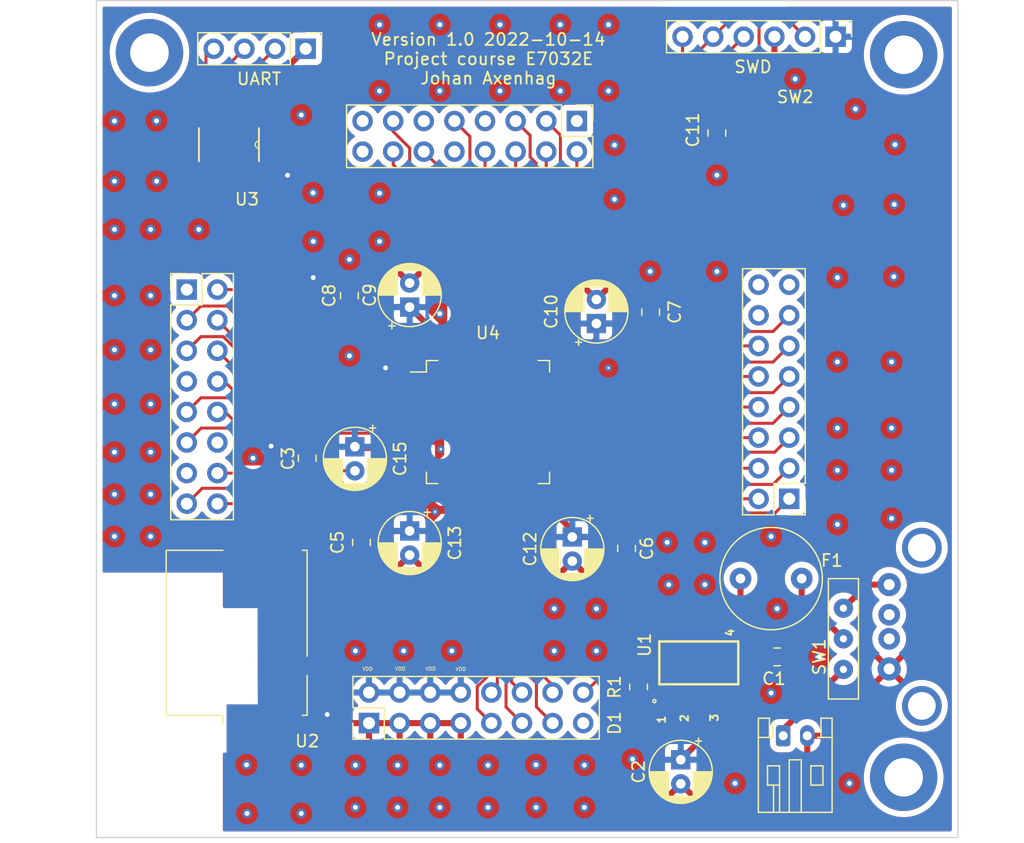
<source format=kicad_pcb>
(kicad_pcb (version 20211014) (generator pcbnew)
  (layers (0 "F.Cu" signal) (1 "In1.Cu" signal) (2 "In2.Cu" signal) (31 "B.Cu" signal) (34 "B.Paste" user) (35 "F.Paste" user) (36 "B.SilkS" user "B.Silkscreen") (37 "F.SilkS" user "F.Silkscreen") (38 "B.Mask" user) (39 "F.Mask" user) (44 "Edge.Cuts" user))
  (net 0 "")
  (net 1 "Power")
  (net 2 "GND")
  (net 3 "VDD")
  (net 4 "NRST")
  (net 5 "Net-(D1-Pad2)")
  (net 6 "Net-(J1-Pad1)")
  (net 7 "Net-(J1-Pad2)")
  (net 8 "Net-(J1-Pad3)")
  (net 9 "Net-(F1-Pad1)")
  (net 10 "SWDCLK")
  (net 11 "SWDIO")
  (net 12 "SWO")
  (net 13 "5V_USB")
  (net 17 "PC_13")
  (net 18 "PC_14")
  (net 19 "PC_15")
  (net 20 "PH_00")
  (net 21 "PH_01")
  (net 23 "PC_00")
  (net 24 "PC_01")
  (net 25 "PC_02")
  (net 26 "PC_03")
  (net 29 "PA_00")
  (net 30 "PA_01")
  (net 31 "PA_02")
  (net 32 "PA_03")
  (net 33 "PC_05")
  (net 34 "PB_00")
  (net 35 "PB_01")
  (net 36 "PB_02")
  (net 37 "PB_10")
  (net 38 "PB_11")
  (net 40 "PB_12")
  (net 41 "PB_13")
  (net 42 "PB_14")
  (net 43 "PB_15")
  (net 44 "PC_06")
  (net 45 "PC_07")
  (net 46 "PC_08")
  (net 47 "PC_09")
  (net 48 "PA_08")
  (net 49 "PA_09")
  (net 50 "PA_10")
  (net 51 "PA_11")
  (net 52 "PA_12")
  (net 57 "PA_15")
  (net 58 "PC_10")
  (net 59 "PC_11")
  (net 60 "PC_12")
  (net 61 "PD_02")
  (net 63 "PB_04")
  (net 64 "PB_05")
  (net 67 "PH_02")
  (net 68 "PB_08")
  (net 69 "PB_09")
  (net 72 "BAT_OUT")
  (net 76 "SPI1_IRQ")
  (net 77 "SPI1_CLK")
  (net 78 "SPI1_MISO")
  (net 79 "SPI1_MOSI")
  (net 80 "SPI1_CS")
  (net 81 "Net-(J1-Pad4)")
  (net 82 "TX")
  (net 83 "RX")
  (footprint "Package_QFP:LQFP-64_10x10mm_P0.5mm" (layer "F.Cu") (at 203.5 83)
    (fp_text reference "U4")
    (fp_text value "STM32L431RCT6")
  )
  (footprint "Capacitor_SMD:C_0805_2012Metric" (layer "F.Cu") (at 222.5 59 -90)
    (fp_text reference "C11")
    (fp_text value "0.1u")
  )
  (footprint "Connector_PinHeader_2.54mm:PinHeader_1x06_P2.54mm_Vertical" (layer "F.Cu") (at 232.35 51 -90)
    (fp_text reference "J3" hide)
    (fp_text value "SWD")
  )
  (footprint "Minfot:Button" (layer "F.Cu") (at 225.25 58.025 -90)
    (fp_text reference "SW2")
    (fp_text value "SW_Push")
  )
  (footprint "Capacitor_THT:CP_Radial_D5.0mm_P2.00mm" (layer "F.Cu") (at 197 92.044888 -90)
    (fp_text reference "C13")
    (fp_text value "4.7u")
  )
  (footprint "Connector_PinHeader_2.54mm:PinHeader_2x08_P2.54mm_Vertical" (layer "F.Cu") (at 193.625 108 90)
    (fp_text reference "J6" hide)
    (fp_text value "PIN17-PIN32")
  )
  (footprint "MountingHole:MountingHole_3.2mm_M3_DIN965_Pad" (layer "F.Cu") (at 238 112.5)
    (fp_text reference "H1" hide)
    (fp_text value "MountingHole")
  )
  (footprint "Capacitor_SMD:C_0805_2012Metric" (layer "F.Cu") (at 215 93.5 -90)
    (fp_text reference "C6")
    (fp_text value "100n")
  )
  (footprint "Minfot:LED" (layer "F.Cu") (at 216 108.5 90)
    (fp_text reference "D1")
    (fp_text value "LED")
  )
  (footprint "Capacitor_SMD:C_0805_2012Metric" (layer "F.Cu") (at 188.5 86 -90)
    (fp_text reference "C3")
    (fp_text value "10n")
  )
  (footprint "Resistor_SMD:R_0805_2012Metric" (layer "F.Cu") (at 216 105 -90)
    (fp_text reference "R1")
    (fp_text value "R_Small")
  )
  (footprint "Minfot:USBA" (layer "F.Cu") (at 236.8 96.5 -90)
    (fp_text reference "J4" hide)
    (fp_text value "USB_A")
  )
  (footprint "bom:SOIC127P600X175-8N" (layer "F.Cu") (at 182 59.9638 -90)
    (fp_text reference "U3")
    (fp_text value "ADuM1200AR")
  )
  (footprint "Connector_PinHeader_2.54mm:PinHeader_2x08_P2.54mm_Vertical" (layer "F.Cu") (at 228.5 89.375 180)
    (fp_text reference "J7" hide)
    (fp_text value "PIN33-PIN48")
  )
  (footprint "Capacitor_THT:CP_Radial_D5.0mm_P2.00mm" (layer "F.Cu") (at 192.455113 85.05 -90)
    (fp_text reference "C15")
    (fp_text value "1u")
  )
  (footprint "bom:SOT223" (layer "F.Cu") (at 221 103 90)
    (fp_text reference "U1")
    (fp_text value "LD1117S33CTR")
  )
  (footprint "MountingHole:MountingHole_3.2mm_M3_DIN965_Pad" (layer "F.Cu") (at 175.405761 52.324599)
    (fp_text reference "H3" hide)
    (fp_text value "MountingHole")
  )
  (footprint "RF_Module:ST_SPBTLE" (layer "F.Cu") (at 185.5 100.5 90)
    (fp_text reference "U2")
    (fp_text value "BLUENRG-M0A")
  )
  (footprint "Capacitor_THT:CP_Radial_D5.0mm_P2.00mm" (layer "F.Cu") (at 212.5 74.820452 90)
    (fp_text reference "C10")
    (fp_text value "4.7u")
  )
  (footprint "Capacitor_SMD:C_0805_2012Metric" (layer "F.Cu") (at 217 73.865339 90)
    (fp_text reference "C7")
    (fp_text value "100n")
  )
  (footprint "Connector_JST:JST_PH_S2B-PH-K_1x02_P2.00mm_Horizontal" (layer "F.Cu") (at 228 109.05)
    (fp_text reference "J2" hide)
    (fp_text value "Battery")
  )
  (footprint "Connector_PinHeader_2.54mm:PinHeader_2x08_P2.54mm_Vertical" (layer "F.Cu") (at 210.875 58 -90)
    (fp_text reference "J8" hide)
    (fp_text value "PIN49-PIN64")
  )
  (footprint "Capacitor_SMD:C_0805_2012Metric" (layer "F.Cu") (at 227.5 102.5)
    (fp_text reference "C1")
    (fp_text value "100n")
  )
  (footprint "Minfot:Switch" (layer "F.Cu") (at 233 103.54 90)
    (fp_text reference "SW1")
    (fp_text value "SW_DPDT_x2")
  )
  (footprint "Capacitor_SMD:C_0805_2012Metric" (layer "F.Cu") (at 192 72.5 90)
    (fp_text reference "C8")
    (fp_text value "100n")
  )
  (footprint "Connector_PinHeader_2.54mm:PinHeader_2x08_P2.54mm_Vertical" (layer "F.Cu") (at 178.5 72)
    (fp_text reference "J5" hide)
    (fp_text value "PIN1-PIN16")
  )
  (footprint "Capacitor_THT:CP_Radial_D5.0mm_P2.00mm" (layer "F.Cu") (at 197 73.455113 90)
    (fp_text reference "C9")
    (fp_text value "4.7u")
  )
  (footprint "Capacitor_SMD:C_0805_2012Metric" (layer "F.Cu") (at 193 93 -90)
    (fp_text reference "C5")
    (fp_text value "100n")
  )
  (footprint "Capacitor_THT:CP_Radial_D5.0mm_P2.00mm" (layer "F.Cu") (at 219.5 111.044887 -90)
    (fp_text reference "C2")
    (fp_text value "10u")
  )
  (footprint "MountingHole:MountingHole_3.2mm_M3_DIN965_Pad" (layer "F.Cu") (at 238 52.5)
    (fp_text reference "H2" hide)
    (fp_text value "MountingHole")
  )
  (footprint "Connector_PinHeader_2.54mm:PinHeader_1x04_P2.54mm_Vertical" (layer "F.Cu") (at 188.365 52 -90)
    (fp_text reference "J1" hide)
    (fp_text value "UART")
  )
  (footprint "Capacitor_THT:CP_Radial_D5.0mm_P2.00mm" (layer "F.Cu") (at 210.5 92.544888 -90)
    (fp_text reference "C12")
    (fp_text value "4.7u")
  )
  (footprint "Minfot:Fuse_Rad" (layer "F.Cu") (at 229.54 96 180)
    (fp_text reference "F1")
    (fp_text value "Fuse")
  )
  (gr_rect (start 171 48) (end 242.5 117.5) (layer "Edge.Cuts") (width 0.1) (fill none))
  (gr_text "VDD" (at 198.739726 103.489104) (layer "F.SilkS") (effects (font (size 0.3 0.3) (thickness 0.05))))
  (gr_text "VDD" (at 201.244333 103.51928) (layer "F.SilkS") (effects (font (size 0.3 0.3) (thickness 0.05))))
  (gr_text "Version 1.0 2022-10-14\nProject course E7032E\nJohan Axenhag" (at 203.536209 52.835769) (layer "F.SilkS") (effects (font (size 1 1))))
  (gr_text "VDD" (at 193.5 103.5) (layer "F.SilkS") (effects (font (size 0.3 0.3) (thickness 0.05))))
  (gr_text "VDD" (at 196.220031 103.489104) (layer "F.SilkS") (effects (font (size 0.3 0.3) (thickness 0.05))))
  (segment (start 224.46 96) (end 224.46 100.41) (width 0.5) (layer "F.Cu") (net 1))
  (segment (start 224.46 100.41) (end 226.55 102.5) (width 0.5) (layer "F.Cu") (net 1))
  (segment (start 223.3114 102.964747) (end 223.3114 106.0988) (width 0.5) (layer "F.Cu") (net 1))
  (segment (start 223.776147 102.5) (end 223.3114 102.964747) (width 0.5) (layer "F.Cu") (net 1))
  (segment (start 226.55 102.5) (end 223.776147 102.5) (width 0.5) (layer "F.Cu") (net 1))
  (segment (start 200 90.5) (end 199.157453 90.5) (width 0.25) (layer "F.Cu") (net 2))
  (segment (start 209.175 79.75) (end 210.25 79.75) (width 0.25) (layer "F.Cu") (net 2))
  (segment (start 200.25 77.325) (end 200.25 75.75) (width 0.25) (layer "F.Cu") (net 2))
  (segment (start 210.25 79.75) (end 211 79) (width 0.25) (layer "F.Cu") (net 2))
  (segment (start 200.25 90.25) (end 200 90.5) (width 0.25) (layer "F.Cu") (net 2))
  (segment (start 206.75 88.675) (end 206.75 89.75) (width 0.25) (layer "F.Cu") (net 2))
  (segment (start 197.825 84.75) (end 199.079277 84.75) (width 0.25) (layer "F.Cu") (net 2))
  (segment (start 200.25 88.675) (end 200.25 90.25) (width 0.25) (layer "F.Cu") (net 2))
  (segment (start 188.6 87.05) (end 192.455113 87.05) (width 0.25) (layer "F.Cu") (net 2))
  (segment (start 199.079277 84.75) (end 199.581451 85.252174) (width 0.25) (layer "F.Cu") (net 2))
  (segment (start 199.5 75) (end 199.5 74) (width 0.25) (layer "F.Cu") (net 2))
  (segment (start 206.75 89.75) (end 207.5 90.5) (width 0.25) (layer "F.Cu") (net 2))
  (segment (start 188.5 86.95) (end 188.6 87.05) (width 0.25) (layer "F.Cu") (net 2))
  (segment (start 199.157453 90.5) (end 199.114511 90.457058) (width 0.25) (layer "F.Cu") (net 2))
  (segment (start 200.25 75.75) (end 199.5 75) (width 0.25) (layer "F.Cu") (net 2))
  (via (at 192.5 115) (size 0.8) (drill 0.4) (layers "F.Cu" "B.Cu") (net 2))
  (via (at 213.5 55.5) (size 0.8) (drill 0.4) (layers "F.Cu" "B.Cu") (net 2))
  (via (at 194.5 50) (size 0.8) (drill 0.4) (layers "F.Cu" "B.Cu") (net 2))
  (via (at 209.5 50) (size 0.8) (drill 0.4) (layers "F.Cu" "B.Cu") (net 2))
  (via (at 237.218038 64.92732) (size 0.8) (drill 0.4) (layers "F.Cu" "B.Cu") (net 2))
  (via (at 183.5 115.5) (size 0.8) (drill 0.4) (layers "F.Cu" "B.Cu") (net 2))
  (via (at 233 65) (size 0.8) (drill 0.4) (layers "F.Cu" "B.Cu") (net 2))
  (via (at 188 111.5) (size 0.8) (drill 0.4) (layers "F.Cu" "B.Cu") (net 2))
  (via (at 175.5 92.5) (size 0.8) (drill 0.4) (layers "F.Cu" "B.Cu") (net 2))
  (via (at 232.5 87) (size 0.8) (drill 0.4) (layers "F.Cu" "B.Cu") (net 2))
  (via (at 172.5 58) (size 0.8) (drill 0.4) (layers "F.Cu" "B.Cu") (net 2))
  (via (at 172.498351 76.998351) (size 0.8) (drill 0.4) (layers "F.Cu" "B.Cu") (net 2))
  (via (at 237 87) (size 0.8) (drill 0.4) (layers "F.Cu" "B.Cu") (net 2))
  (via (at 211.5 111.5) (size 0.8) (drill 0.4) (layers "F.Cu" "B.Cu") (net 2))
  (via (at 211.5 115) (size 0.8) (drill 0.4) (layers "F.Cu" "B.Cu") (net 2))
  (via (at 188 115.5) (size 0.8) (drill 0.4) (layers "F.Cu" "B.Cu") (net 2))
  (via (at 188.985122 63.966294) (size 0.8) (drill 0.4) (layers "F.Cu" "B.Cu") (net 2))
  (via (at 196.5 102) (size 0.8) (drill 0.4) (layers "F.Cu" "B.Cu") (net 2))
  (via (at 199.5 55.5) (size 0.8) (drill 0.4) (layers "F.Cu" "B.Cu") (net 2))
  (via (at 212.5 98.5) (size 0.8) (drill 0.4) (layers "F.Cu" "B.Cu") (net 2))
  (via (at 199.114511 90.457058) (size 0.6) (drill 0.2) (layers "F.Cu" "B.Cu") (net 2))
  (via (at 175.5 67) (size 0.8) (drill 0.4) (layers "F.Cu" "B.Cu") (net 2))
  (via (at 214 64.5) (size 0.8) (drill 0.4) (layers "F.Cu" "B.Cu") (net 2))
  (via (at 194.5 64) (size 0.8) (drill 0.4) (layers "F.Cu" "B.Cu") (net 2))
  (via (at 199.5 74) (size 0.8) (drill 0.4) (layers "F.Cu" "B.Cu") (net 2))
  (via (at 199.5 50) (size 0.8) (drill 0.4) (layers "F.Cu" "B.Cu") (net 2))
  (via (at 237 78) (size 0.8) (drill 0.4) (layers "F.Cu" "B.Cu") (net 2))
  (via (at 233.5 113) (size 0.8) (drill 0.4) (layers "F.Cu" "B.Cu") (net 2))
  (via (at 237 83.5) (size 0.8) (drill 0.4) (layers "F.Cu" "B.Cu") (net 2))
  (via (at 172.5 81.5) (size 0.8) (drill 0.4) (layers "F.Cu" "B.Cu") (net 2))
  (via (at 172.5 92.5) (size 0.8) (drill 0.4) (layers "F.Cu" "B.Cu") (net 2))
  (via (at 172.5 85.5) (size 0.8) (drill 0.4) (layers "F.Cu" "B.Cu") (net 2))
  (via (at 218.367994 92.990247) (size 0.8) (drill 0.4) (layers "F.Cu" "B.Cu") (net 2))
  (via (at 203.5 115) (size 0.8) (drill 0.4) (layers "F.Cu" "B.Cu") (net 2))
  (via (at 200.5 102) (size 0.8) (drill 0.4) (layers "F.Cu" "B.Cu") (net 2))
  (via (at 204.5 50) (size 0.8) (drill 0.4) (layers "F.Cu" "B.Cu") (net 2))
  (via (at 192.5 102) (size 0.8) (drill 0.4) (layers "F.Cu" "B.Cu") (net 2))
  (via (at 199.5 115) (size 0.8) (drill 0.4) (layers "F.Cu" "B.Cu") (net 2))
  (via (at 192.5 111.5) (size 0.8) (drill 0.4) (layers "F.Cu" "B.Cu") (net 2))
  (via (at 232.5 91.5) (size 0.8) (drill 0.4) (layers "F.Cu" "B.Cu") (net 2))
  (via (at 183.460439 111.46456) (size 0.8) (drill 0.4) (layers "F.Cu" "B.Cu") (net 2))
  (via (at 188 57.5) (size 0.8) (drill 0.4) (layers "F.Cu" "B.Cu") (net 2))
  (via (at 218.5 96.5) (size 0.8) (drill 0.4) (layers "F.Cu" "B.Cu") (net 2))
  (via (at 227 92.5) (size 0.8) (drill 0.4) (layers "F.Cu" "B.Cu") (net 2))
  (via (at 204.5 55.5) (size 0.8) (drill 0.4) (layers "F.Cu" "B.Cu") (net 2))
  (via (at 232.5 71) (size 0.8) (drill 0.4) (layers "F.Cu" "B.Cu") (net 2))
  (via (at 175.5 89) (size 0.8) (drill 0.4) (layers "F.Cu" "B.Cu") (net 2))
  (via (at 172.5 72.5) (size 0.8) (drill 0.4) (layers "F.Cu" "B.Cu") (net 2))
  (via (at 232.5 83.5) (size 0.8) (drill 0.4) (layers "F.Cu" "B.Cu") (net 2))
  (via (at 232.5 78) (size 0.8) (drill 0.4) (layers "F.Cu" "B.Cu") (net 2))
  (via (at 237.279986 59.962343) (size 0.8) (drill 0.4) (layers "F.Cu" "B.Cu") (net 2))
  (via (at 224 113) (size 0.8) (drill 0.4) (layers "F.Cu" "B.Cu") (net 2))
  (via (at 221.5 96.5) (size 0.8) (drill 0.4) (layers "F.Cu" "B.Cu") (net 2))
  (via (at 172.5 89) (size 0.8) (drill 0.4) (layers "F.Cu" "B.Cu") (net 2))
  (via (at 196 115) (size 0.8) (drill 0.4) (layers "F.Cu" "B.Cu") (net 2))
  (via (at 214 60) (size 0.8) (drill 0.4) (layers "F.Cu" "B.Cu") (net 2))
  (via (at 227 105.5) (size 0.8) (drill 0.4) (layers "F.Cu" "B.Cu") (net 2))
  (via (at 175.987362 57.983241) (size 0.8) (drill 0.4) (layers "F.Cu" "B.Cu") (net 2))
  (via (at 229 54.5) (size 0.8) (drill 0.4) (layers "F.Cu" "B.Cu") (net 2))
  (via (at 189 68) (size 0.8) (drill 0.4) (layers "F.Cu" "B.Cu") (net 2))
  (via (at 221.5 93) (size 0.8) (drill 0.4) (layers "F.Cu" "B.Cu") (net 2))
  (via (at 209 98.5) (size 0.8) (drill 0.4) (layers "F.Cu" "B.Cu") (net 2))
  (via (at 192 69.5) (size 0.8) (drill 0.4) (layers "F.Cu" "B.Cu") (net 2))
  (via (at 184 86) (size 0.8) (drill 0.4) (layers "F.Cu" "B.Cu") (net 2))
  (via (at 212.5 102) (size 0.8) (drill 0.4) (layers "F.Cu" "B.Cu") (net 2))
  (via (at 213.5 78.5) (size 0.6) (drill 0.2) (layers "F.Cu" "B.Cu") (net 2))
  (via (at 222.5 62.5) (size 0.8) (drill 0.4) (layers "F.Cu" "B.Cu") (net 2))
  (via (at 199.581451 85.252174) (size 0.6) (drill 0.2) (layers "F.Cu" "B.Cu") (net 2))
  (via (at 203.5 111.5) (size 0.8) (drill 0.4) (layers "F.Cu" "B.Cu") (net 2))
  (via (at 196 111.5) (size 0.8) (drill 0.4) (layers "F.Cu" "B.Cu") (net 2))
  (via (at 227.5 98.5) (size 0.8) (drill 0.4) (layers "F.Cu" "B.Cu") (net 2))
  (via (at 237 91) (size 0.8) (drill 0.4) (layers "F.Cu" "B.Cu") (net 2))
  (via (at 207.5 115) (size 0.8) (drill 0.4) (layers "F.Cu" "B.Cu") (net 2))
  (via (at 213.5 50) (size 0.8) (drill 0.4) (layers "F.Cu" "B.Cu") (net 2))
  (via (at 175.5 81.5) (size 0.8) (drill 0.4) (layers "F.Cu" "B.Cu") (net 2))
  (via (at 237.181698 70.923369) (size 0.8) (drill 0.4) (layers "F.Cu" "B.Cu") (net 2))
  (via (at 172.5 67) (size 0.8) (drill 0.4) (layers "F.Cu" "B.Cu") (net 2))
  (via (at 192 77.5) (size 0.8) (drill 0.4) (layers "F.Cu" "B.Cu") (net 2))
  (via (at 175.5 72.5) (size 0.8) (drill 0.4) (layers "F.Cu" "B.Cu") (net 2))
  (via (at 231 102.5) (size 0.8) (drill 0.4) (layers "F.Cu" "B.Cu") (net 2))
  (via (at 172.5 63) (size 0.8) (drill 0.4) (layers "F.Cu" "B.Cu") (net 2))
  (via (at 176 63) (size 0.8) (drill 0.4) (layers "F.Cu" "B.Cu") (net 2))
  (via (at 216.963873 70.488736) (size 0.8) (drill 0.4) (layers "F.Cu" "B.Cu") (net 2))
  (via (at 222.5 70.5) (size 0.8) (drill 0.4) (layers "F.Cu" "B.Cu") (net 2))
  (via (at 209 102) (size 0.8) (drill 0.4) (layers "F.Cu" "B.Cu") (net 2))
  (via (at 194.5 68) (size 0.8) (drill 0.4) (layers "F.Cu" "B.Cu") (net 2))
  (via (at 215.5 111) (size 0.8) (drill 0.4) (layers "F.Cu" "B.Cu") (net 2))
  (via (at 194.5 55.5) (size 0.8) (drill 0.4) (layers "F.Cu" "B.Cu") (net 2))
  (via (at 179.5 67) (size 0.8) (drill 0.4) (layers "F.Cu" "B.Cu") (net 2))
  (via (at 209.5 55.5) (size 0.8) (drill 0.4) (layers "F.Cu" "B.Cu") (net 2))
  (via (at 199.5 111.5) (size 0.8) (drill 0.4) (layers "F.Cu" "B.Cu") (net 2))
  (via (at 207.48228 111.46456) (size 0.8) (drill 0.4) (layers "F.Cu" "B.Cu") (net 2))
  (via (at 234 57) (size 0.8) (drill 0.4) (layers "F.Cu" "B.Cu") (net 2))
  (via (at 175.5 85.5) (size 0.8) (drill 0.4) (layers "F.Cu" "B.Cu") (net 2))
  (via (at 175.5 77) (size 0.8) (drill 0.4) (layers "F.Cu" "B.Cu") (net 2))
  (segment (start 190 73.5) (end 191.95 73.5) (width 0.5) (layer "F.Cu") (net 3))
  (segment (start 212.5 74.820452) (end 212.5 76.120452) (width 0.5) (layer "F.Cu") (net 3))
  (segment (start 210.5 92.544888) (end 210.5 92) (width 0.5) (layer "F.Cu") (net 3))
  (segment (start 197.825 85.25) (end 192.655113 85.25) (width 0.3) (layer "F.Cu") (net 3))
  (segment (start 219.5 111.044887) (end 221 109.544887) (width 0.5) (layer "F.Cu") (net 3))
  (segment (start 195 78.5) (end 195.75 79.25) (width 0.3) (layer "F.Cu") (net 3))
  (segment (start 221 103) (end 217.0875 103) (width 0.5) (layer "F.Cu") (net 3))
  (segment (start 188.5 85.05) (end 185.55 85.05) (width 0.5) (layer "F.Cu") (net 3))
  (segment (start 217.0875 103) (end 216 104.0875) (width 0.5) (layer "F.Cu") (net 3))
  (segment (start 192.655113 85.25) (end 192.455113 85.05) (width 0.3) (layer "F.Cu") (net 3))
  (segment (start 221 109.544887) (end 221 106.0988) (width 0.5) (layer "F.Cu") (net 3))
  (segment (start 188.5 85.05) (end 192.455113 85.05) (width 0.5) (layer "F.Cu") (net 3))
  (segment (start 191.95 73.5) (end 192 73.45) (width 0.5) (layer "F.Cu") (net 3))
  (segment (start 183.905 62.4276) (end 186.7926 62.4276) (width 0.5) (layer "F.Cu") (net 3))
  (segment (start 209.470452 79.15) (end 209.175 79.15) (width 0.5) (layer "F.Cu") (net 3))
  (segment (start 210.5 92.544888) (end 214.994888 92.544888) (width 0.5) (layer "F.Cu") (net 3))
  (segment (start 214.994888 92.544888) (end 215 92.55) (width 0.5) (layer "F.Cu") (net 3))
  (segment (start 192 73.45) (end 192.005113 73.455113) (width 0.5) (layer "F.Cu") (net 3))
  (segment (start 199.126864 92.044888) (end 197 92.044888) (width 0.3) (layer "F.Cu") (net 3))
  (segment (start 221 106.0988) (end 221 103) (width 0.5) (layer "F.Cu") (net 3))
  (segment (start 187.39 107.25) (end 190.117884 107.25) (width 0.5) (layer "F.Cu") (net 3))
  (segment (start 212.5 74.820452) (end 216.994887 74.820452) (width 0.5) (layer "F.Cu") (net 3))
  (segment (start 216.994887 74.820452) (end 217 74.815339) (width 0.5) (layer "F.Cu") (net 3))
  (segment (start 186.7926 62.4276) (end 186.865 62.5) (width 0.5) (layer "F.Cu") (net 3))
  (segment (start 200.75 90.421752) (end 199.126864 92.044888) (width 0.3) (layer "F.Cu") (net 3))
  (segment (start 189 71) (end 189 72.5) (width 0.5) (layer "F.Cu") (net 3))
  (segment (start 192.005113 73.455113) (end 197 73.455113) (width 0.5) (layer "F.Cu") (net 3))
  (segment (start 199.65 76.105113) (end 199.65 77.325) (width 0.5) (layer "F.Cu") (net 3))
  (segment (start 190.117884 107.25) (end 190.15754 107.289656) (width 0.5) (layer "F.Cu") (net 3))
  (segment (start 185.55 85.05) (end 185.5 85) (width 0.5) (layer "F.Cu") (net 3))
  (segment (start 212.5 76.120452) (end 209.470452 79.15) (width 0.5) (layer "F.Cu") (net 3))
  (segment (start 189 72.5) (end 190 73.5) (width 0.5) (layer "F.Cu") (net 3))
  (segment (start 195.75 79.25) (end 197.825 79.25) (width 0.3) (layer "F.Cu") (net 3))
  (segment (start 193 92.05) (end 196.994888 92.05) (width 0.5) (layer "F.Cu") (net 3))
  (segment (start 197 73.455113) (end 199.65 76.105113) (width 0.5) (layer "F.Cu") (net 3))
  (segment (start 196.994888 92.05) (end 197 92.044888) (width 0.5) (layer "F.Cu") (net 3))
  (segment (start 200.75 88.675) (end 200.75 90.421752) (width 0.3) (layer "F.Cu") (net 3))
  (segment (start 207.35 88.85) (end 207.35 88.675) (width 0.5) (layer "F.Cu") (net 3))
  (segment (start 210.5 92) (end 207.35 88.85) (width 0.5) (layer "F.Cu") (net 3))
  (via (at 190.15754 107.289656) (size 0.8) (drill 0.4) (layers "F.Cu" "B.Cu") (net 3))
  (via (at 189 71) (size 0.8) (drill 0.4) (layers "F.Cu" "B.Cu") (net 3))
  (via (at 186.865 62.5) (size 0.8) (drill 0.4) (layers "F.Cu" "B.Cu") (net 3))
  (via (at 195 78.5) (size 0.8) (drill 0.4) (layers "F.Cu" "B.Cu") (net 3))
  (via (at 185.5 85) (size 0.8) (drill 0.4) (layers "F.Cu" "B.Cu") (net 3))
  (segment (start 200.5 84.084315) (end 198.665685 82.25) (width 0.25) (layer "F.Cu") (net 4))
  (segment (start 217.95 56.05) (end 217.95 56.1) (width 0.25) (layer "F.Cu") (net 4))
  (segment (start 225.25 58.025) (end 226 57.275) (width 0.25) (layer "F.Cu") (net 4))
  (segment (start 225.25 58.025) (end 222.525 58.025) (width 0.25) (layer "F.Cu") (net 4))
  (segment (start 219.05 57.8) (end 219.05 57.85) (width 0.25) (layer "F.Cu") (net 4))
  (segment (start 222.525 58.025) (end 222.5 58.05) (width 0.25) (layer "F.Cu") (net 4))
  (segment (start 226 50) (end 225.5 49.5) (width 0.25) (layer "F.Cu") (net 4))
  (segment (start 219.05 59) (end 219.05 59.05) (width 0.25) (layer "F.Cu") (net 4))
  (segment (start 184 90.5) (end 191.5 90.5) (width 0.25) (layer "F.Cu") (net 4))
  (segment (start 223.69 49.5) (end 222.19 51) (width 0.25) (layer "F.Cu") (net 4))
  (segment (start 218.5 59.65) (end 218.5 66.5) (width 0.25) (layer "F.Cu") (net 4))
  (segment (start 192 90) (end 196.5 90) (width 0.25) (layer "F.Cu") (net 4))
  (segment (start 218.5 54.69) (end 218.5 55.5) (width 0.25) (layer "F.Cu") (net 4))
  (segment (start 212.5 69.5) (end 208.5 73.5) (width 0.25) (layer "F.Cu") (net 4))
  (segment (start 208.5 73.5) (end 208.5 78.136396) (width 0.25) (layer "F.Cu") (net 4))
  (segment (start 208.5 78.136396) (end 204.386396 82.25) (width 0.25) (layer "F.Cu") (net 4))
  (segment (start 226 57.275) (end 226 50) (width 0.25) (layer "F.Cu") (net 4))
  (segment (start 182.31 93.75) (end 182.31 92.19) (width 0.25) (layer "F.Cu") (net 4))
  (segment (start 222.19 51) (end 218.5 54.69) (width 0.25) (layer "F.Cu") (net 4))
  (segment (start 219.05 56.65) (end 219.05 56.7) (width 0.25) (layer "F.Cu") (net 4))
  (segment (start 218.5 58.4) (end 218.5 58.45) (width 0.25) (layer "F.Cu") (net 4))
  (segment (start 215.5 69.5) (end 212.5 69.5) (width 0.25) (layer "F.Cu") (net 4))
  (segment (start 218.225 56.375) (end 218.5 56.375) (width 0.25) (layer "F.Cu") (net 4))
  (segment (start 218.5 66.5) (end 215.5 69.5) (width 0.25) (layer "F.Cu") (net 4))
  (segment (start 198.665685 82.25) (end 197.825 82.25) (width 0.25) (layer "F.Cu") (net 4))
  (segment (start 200.5 86) (end 200.5 84.084315) (width 0.25) (layer "F.Cu") (net 4))
  (segment (start 218.5 59.6) (end 218.5 59.65) (width 0.25) (layer "F.Cu") (net 4))
  (segment (start 191.5 90.5) (end 192 90) (width 0.25) (layer "F.Cu") (net 4))
  (segment (start 182.31 92.19) (end 184 90.5) (width 0.25) (layer "F.Cu") (net 4))
  (segment (start 204.386396 82.25) (end 197.825 82.25) (width 0.25) (layer "F.Cu") (net 4))
  (segment (start 196.5 90) (end 200.5 86) (width 0.25) (layer "F.Cu") (net 4))
  (segment (start 225.5 49.5) (end 223.69 49.5) (width 0.25) (layer "F.Cu") (net 4))
  (segment (start 218.5 56.375) (end 218.775 56.375) (width 0.25) (layer "F.Cu") (net 4))
  (arc (start 218.5 58.45) (mid 218.580546 58.644454) (end 218.775 58.725) (width 0.25) (layer "F.Cu") (net 4))
  (arc (start 218.225 55.775) (mid 218.030546 55.855546) (end 217.95 56.05) (width 0.25) (layer "F.Cu") (net 4))
  (arc (start 218.775 56.375) (mid 218.969454 56.455546) (end 219.05 56.65) (width 0.25) (layer "F.Cu") (net 4))
  (arc (start 218.775 57.525) (mid 218.969454 57.605546) (end 219.05 57.8) (width 0.25) (layer "F.Cu") (net 4))
  (arc (start 218.775 56.975) (mid 218.580546 57.055546) (end 218.5 57.25) (width 0.25) (layer "F.Cu") (net 4))
  (arc (start 218.5 57.25) (mid 218.580546 57.444454) (end 218.775 57.525) (width 0.25) (layer "F.Cu") (net 4))
  (arc (start 219.05 59.05) (mid 218.969454 59.244454) (end 218.775 59.325) (width 0.25) (layer "F.Cu") (net 4))
  (arc (start 218.775 58.125) (mid 218.580546 58.205546) (end 218.5 58.4) (width 0.25) (layer "F.Cu") (net 4))
  (arc (start 217.95 56.1) (mid 218.030546 56.294454) (end 218.225 56.375) (width 0.25) (layer "F.Cu") (net 4))
  (arc (start 219.05 57.85) (mid 218.969454 58.044454) (end 218.775 58.125) (width 0.25) (layer "F.Cu") (net 4))
  (arc (start 218.5 55.5) (mid 218.419454 55.694454) (end 218.225 55.775) (width 0.25) (layer "F.Cu") (net 4))
  (arc (start 219.05 56.7) (mid 218.969454 56.894454) (end 218.775 56.975) (width 0.25) (layer "F.Cu") (net 4))
  (arc (start 218.775 59.325) (mid 218.580546 59.405546) (end 218.5 59.6) (width 0.25) (layer "F.Cu") (net 4))
  (arc (start 218.775 58.725) (mid 218.969454 58.805546) (end 219.05 59) (width 0.25) (layer "F.Cu") (net 4))
  (segment (start 216 105.9125) (end 216 107.6) (width 0.25) (layer "F.Cu") (net 5))
  (segment (start 188.365 52) (end 183.905 56.46) (width 0.5) (layer "F.Cu") (net 6))
  (segment (start 183.905 56.46) (end 183.905 57.5) (width 0.5) (layer "F.Cu") (net 6))
  (segment (start 185.825 52) (end 182.635 55.19) (width 0.25) (layer "F.Cu") (net 7))
  (segment (start 182.635 55.19) (end 182.635 57.5) (width 0.25) (layer "F.Cu") (net 7))
  (segment (start 183.285 52) (end 181.365 53.92) (width 0.25) (layer "F.Cu") (net 8))
  (segment (start 181.365 53.92) (end 181.365 57.5) (width 0.25) (layer "F.Cu") (net 8))
  (segment (start 233 101) (end 229.54 97.54) (width 0.5) (layer "F.Cu") (net 9))
  (segment (start 229.54 97.54) (end 229.54 96) (width 0.5) (layer "F.Cu") (net 9))
  (segment (start 216.2 52.8) (end 215.828805 52.8) (width 0.25) (layer "F.Cu") (net 10))
  (segment (start 216.5 54.624387) (end 216.5 66) (width 0.25) (layer "F.Cu") (net 10))
  (segment (start 216.5 66) (end 214.5 68) (width 0.25) (layer "F.Cu") (net 10))
  (segment (start 227.81 49) (end 218.5 49) (width 0.25) (layer "F.Cu") (net 10))
  (segment (start 229.81 51) (end 227.81 49) (width 0.25) (layer "F.Cu") (net 10))
  (segment (start 216.5 51) (end 216.5 52.5) (width 0.25) (layer "F.Cu") (net 10))
  (segment (start 216.5 54.3) (end 216.5 54.624387) (width 0.25) (layer "F.Cu") (net 10))
  (segment (start 207.25 72.75) (end 207.25 77.325) (width 0.25) (layer "F.Cu") (net 10))
  (segment (start 218.5 49) (end 216.5 51) (width 0.25) (layer "F.Cu") (net 10))
  (segment (start 215.828805 53.4) (end 216.2 53.4) (width 0.25) (layer "F.Cu") (net 10))
  (segment (start 212 68) (end 207.25 72.75) (width 0.25) (layer "F.Cu") (net 10))
  (segment (start 216.2 53.4) (end 217.171195 53.4) (width 0.25) (layer "F.Cu") (net 10))
  (segment (start 214.5 68) (end 212 68) (width 0.25) (layer "F.Cu") (net 10))
  (segment (start 217.171195 54) (end 216.8 54) (width 0.25) (layer "F.Cu") (net 10))
  (arc (start 215.528805 53.1) (mid 215.616673 53.312132) (end 215.828805 53.4) (width 0.25) (layer "F.Cu") (net 10))
  (arc (start 216.5 52.5) (mid 216.412132 52.712132) (end 216.2 52.8) (width 0.25) (layer "F.Cu") (net 10))
  (arc (start 217.471195 53.7) (mid 217.383327 53.912132) (end 217.171195 54) (width 0.25) (layer "F.Cu") (net 10))
  (arc (start 215.828805 52.8) (mid 215.616673 52.887868) (end 215.528805 53.1) (width 0.25) (layer "F.Cu") (net 10))
  (arc (start 216.8 54) (mid 216.587868 54.087868) (end 216.5 54.3) (width 0.25) (layer "F.Cu") (net 10))
  (arc (start 217.171195 53.4) (mid 217.383327 53.487868) (end 217.471195 53.7) (width 0.25) (layer "F.Cu") (net 10))
  (segment (start 224.73 51) (end 219.5 56.23) (width 0.25) (layer "F.Cu") (net 11))
  (segment (start 219.254696 64.825) (end 219.5 64.825) (width 0.25) (layer "F.Cu") (net 11))
  (segment (start 220.195304 61.675) (end 219.725 61.675) (width 0.25) (layer "F.Cu") (net 11))
  (segment (start 219.254696 63.925) (end 219.5 63.925) (width 0.25) (layer "F.Cu") (net 11))
  (segment (start 219.254696 62.125) (end 219.5 62.125) (width 0.25) (layer "F.Cu") (net 11))
  (segment (start 219.5 62.125) (end 220.195304 62.125) (width 0.25) (layer "F.Cu") (net 11))
  (segment (start 219.5 64.825) (end 220.195304 64.825) (width 0.25) (layer "F.Cu") (net 11))
  (segment (start 219.5 56.23) (end 219.5 61) (width 0.25) (layer "F.Cu") (net 11))
  (segment (start 220.195304 63.475) (end 219.5 63.475) (width 0.25) (layer "F.Cu") (net 11))
  (segment (start 219.5 64.375) (end 219.254696 64.375) (width 0.25) (layer "F.Cu") (net 11))
  (segment (start 220.195304 65.275) (end 219.725 65.275) (width 0.25) (layer "F.Cu") (net 11))
  (segment (start 214.25 80.25) (end 209.175 80.25) (width 0.25) (layer "F.Cu") (net 11))
  (segment (start 219.5 63.025) (end 220.195304 63.025) (width 0.25) (layer "F.Cu") (net 11))
  (segment (start 219.5 65.5) (end 219.5 67.578503) (width 0.25) (layer "F.Cu") (net 11))
  (segment (start 219.5 63.925) (end 220.195304 63.925) (width 0.25) (layer "F.Cu") (net 11))
  (segment (start 219.5 62.575) (end 219.254696 62.575) (width 0.25) (layer "F.Cu") (net 11))
  (segment (start 219.254696 63.025) (end 219.5 63.025) (width 0.25) (layer "F.Cu") (net 11))
  (segment (start 219.5 75) (end 214.25 80.25) (width 0.25) (layer "F.Cu") (net 11))
  (segment (start 219.5 67.578503) (end 219.5 75) (width 0.25) (layer "F.Cu") (net 11))
  (segment (start 219.5 63.475) (end 219.254696 63.475) (width 0.25) (layer "F.Cu") (net 11))
  (segment (start 220.195304 62.575) (end 219.5 62.575) (width 0.25) (layer "F.Cu") (net 11))
  (segment (start 219.725 61.675) (end 219.254696 61.675) (width 0.25) (layer "F.Cu") (net 11))
  (segment (start 219.775 61.225) (end 220.195304 61.225) (width 0.25) (layer "F.Cu") (net 11))
  (segment (start 220.195304 64.375) (end 219.5 64.375) (width 0.25) (layer "F.Cu") (net 11))
  (segment (start 219.725 61.225) (end 219.775 61.225) (width 0.25) (layer "F.Cu") (net 11))
  (arc (start 219.029696 62.8) (mid 219.095597 62.959099) (end 219.254696 63.025) (width 0.25) (layer "F.Cu") (net 11))
  (arc (start 219.254696 64.375) (mid 219.095597 64.440901) (end 219.029696 64.6) (width 0.25) (layer "F.Cu") (net 11))
  (arc (start 219.254696 61.675) (mid 219.095597 61.740901) (end 219.029696 61.9) (width 0.25) (layer "F.Cu") (net 11))
  (arc (start 219.029696 63.7) (mid 219.095597 63.859099) (end 219.254696 63.925) (width 0.25) (layer "F.Cu") (net 11))
  (arc (start 220.420304 64.15) (mid 220.354403 64.309099) (end 220.195304 64.375) (width 0.25) (layer "F.Cu") (net 11))
  (arc (start 220.420304 63.25) (mid 220.354403 63.409099) (end 220.195304 63.475) (width 0.25) (layer "F.Cu") (net 11))
  (arc (start 219.029696 61.9) (mid 219.095597 62.059099) (end 219.254696 62.125) (width 0.25) (layer "F.Cu") (net 11))
  (arc (start 219.254696 63.475) (mid 219.095597 63.540901) (end 219.029696 63.7) (width 0.25) (layer "F.Cu") (net 11))
  (arc (start 219.029696 64.6) (mid 219.095597 64.759099) (end 219.254696 64.825) (width 0.25) (layer "F.Cu") (net 11))
  (arc (start 220.195304 61.225) (mid 220.354403 61.290901) (end 220.420304 61.45) (width 0.25) (layer "F.Cu") (net 11))
  (arc (start 220.420304 61.45) (mid 220.354403 61.609099) (end 220.195304 61.675) (width 0.25) (layer "F.Cu") (net 11))
  (arc (start 220.195304 62.125) (mid 220.354403 62.190901) (end 220.420304 62.35) (width 0.25) (layer "F.Cu") (net 11))
  (arc (start 220.195304 63.925) (mid 220.354403 63.990901) (end 220.420304 64.15) (width 0.25) (layer "F.Cu") (net 11))
  (arc (start 219.254696 62.575) (mid 219.095597 62.640901) (end 219.029696 62.8) (width 0.25) (layer "F.Cu") (net 11))
  (arc (start 219.5 61) (mid 219.565901 61.159099) (end 219.725 61.225) (width 0.25) (layer "F.Cu") (net 11))
  (arc (start 219.725 65.275) (mid 219.565901 65.340901) (end 219.5 65.5) (width 0.25) (layer "F.Cu") (net 11))
  (arc (start 220.195304 63.025) (mid 220.354403 63.090901) (end 220.420304 63.25) (width 0.25) (layer "F.Cu") (net 11))
  (arc (start 220.420304 62.35) (mid 220.354403 62.509099) (end 220.195304 62.575) (width 0.25) (layer "F.Cu") (net 11))
  (arc (start 220.195304 64.825) (mid 220.354403 64.890901) (end 220.420304 65.05) (width 0.25) (layer "F.Cu") (net 11))
  (arc (start 220.420304 65.05) (mid 220.354403 65.209099) (end 220.195304 65.275) (width 0.25) (layer "F.Cu") (net 11))
  (segment (start 217.5 61.25) (end 217.204466 61.25) (width 0.25) (layer "F.Cu") (net 12))
  (segment (start 206.5 79.5) (end 205 79.5) (width 0.25) (layer "F.Cu") (net 12))
  (segment (start 217.5 60.25) (end 217.204466 60.25) (width 0.25) (layer "F.Cu") (net 12))
  (segment (start 217.5 65.505844) (end 217.5 66) (width 0.25) (layer "F.Cu") (net 12))
  (segment (start 217.204466 57.75) (end 217.5 57.75) (width 0.25) (layer "F.Cu") (net 12))
  (segment (start 204.25 78.75) (end 204.25 77.325) (width 0.25) (layer "F.Cu") (net 12))
  (segment (start 217.5 66) (end 215 68.5) (width 0.25) (layer "F.Cu") (net 12))
  (segment (start 217.204466 58.75) (end 217.5 58.75) (width 0.25) (layer "F.Cu") (net 12))
  (segment (start 217.204466 59.75) (end 217.5 59.75) (width 0.25) (layer "F.Cu") (net 12))
  (segment (start 217.795534 62.25) (end 217.5 62.25) (width 0.25) (layer "F.Cu") (net 12))
  (segment (start 217.5 60.75) (end 217.795534 60.75) (width 0.25) (layer "F.Cu") (net 12))
  (segment (start 217.795534 59.25) (end 217.5 59.25) (width 0.25) (layer "F.Cu") (net 12))
  (segment (start 217.795534 57.25) (end 217.75 57.25) (width 0.25) (layer "F.Cu") (net 12))
  (segment (start 212.5 68.5) (end 208 73) (width 0.25) (layer "F.Cu") (net 12))
  (segment (start 217.5 62.25) (end 217.204466 62.25) (width 0.25) (layer "F.Cu") (net 12))
  (segment (start 217.5 58.75) (end 217.795534 58.75) (width 0.25) (layer "F.Cu") (net 12))
  (segment (start 208 73) (end 208 78) (width 0.25) (layer "F.Cu") (net 12))
  (segment (start 208 78) (end 206.5 79.5) (width 0.25) (layer "F.Cu") (net 12))
  (segment (start 217.204466 62.75) (end 217.25 62.75) (width 0.25) (layer "F.Cu") (net 12))
  (segment (start 217.795534 58.25) (end 217.5 58.25) (width 0.25) (layer "F.Cu") (net 12))
  (segment (start 217.204466 61.75) (end 217.5 61.75) (width 0.25) (layer "F.Cu") (net 12))
  (segment (start 219.65 52.35) (end 217.5 54.5) (width 0.25) (layer "F.Cu") (net 12))
  (segment (start 205 79.5) (end 204.25 78.75) (width 0.25) (layer "F.Cu") (net 12))
  (segment (start 217.795534 61.25) (end 217.5 61.25) (width 0.25) (layer "F.Cu") (net 12))
  (segment (start 217.5 61.75) (end 217.795534 61.75) (width 0.25) (layer "F.Cu") (net 12))
  (segment (start 217.5 59.75) (end 217.795534 59.75) (width 0.25) (layer "F.Cu") (net 12))
  (segment (start 217.5 63) (end 217.5 65.505844) (width 0.25) (layer "F.Cu") (net 12))
  (segment (start 217.204466 60.75) (end 217.5 60.75) (width 0.25) (layer "F.Cu") (net 12))
  (segment (start 219.65 51) (end 219.65 52.35) (width 0.25) (layer "F.Cu") (net 12))
  (segment (start 217.795534 60.25) (end 217.5 60.25) (width 0.25) (layer "F.Cu") (net 12))
  (segment (start 217.5 59.25) (end 217.204466 59.25) (width 0.25) (layer "F.Cu") (net 12))
  (segment (start 217.75 56.75) (end 217.795534 56.75) (width 0.25) (layer "F.Cu") (net 12))
  (segment (start 217.5 54.5) (end 217.5 56.5) (width 0.25) (layer "F.Cu") (net 12))
  (segment (start 217.5 57.75) (end 217.795534 57.75) (width 0.25) (layer "F.Cu") (net 12))
  (segment (start 217.75 57.25) (end 217.204466 57.25) (width 0.25) (layer "F.Cu") (net 12))
  (segment (start 217.5 58.25) (end 217.204466 58.25) (width 0.25) (layer "F.Cu") (net 12))
  (segment (start 215 68.5) (end 212.5 68.5) (width 0.25) (layer "F.Cu") (net 12))
  (arc (start 217.5 56.5) (mid 217.573223 56.676777) (end 217.75 56.75) (width 0.25) (layer "F.Cu") (net 12))
  (arc (start 218.045534 57) (mid 217.972311 57.176777) (end 217.795534 57.25) (width 0.25) (layer "F.Cu") (net 12))
  (arc (start 218.045534 59) (mid 217.972311 59.176777) (end 217.795534 59.25) (width 0.25) (layer "F.Cu") (net 12))
  (arc (start 217.204466 59.25) (mid 217.027689 59.323223) (end 216.954466 59.5) (width 0.25) (layer "F.Cu") (net 12))
  (arc (start 217.795534 60.75) (mid 217.972311 60.823223) (end 218.045534 61) (width 0.25) (layer "F.Cu") (net 12))
  (arc (start 217.795534 59.75) (mid 217.972311 59.823223) (end 218.045534 60) (width 0.25) (layer "F.Cu") (net 12))
  (arc (start 217.204466 61.25) (mid 217.027689 61.323223) (end 216.954466 61.5) (width 0.25) (layer "F.Cu") (net 12))
  (arc (start 217.795534 61.75) (mid 217.972311 61.823223) (end 218.045534 62) (width 0.25) (layer "F.Cu") (net 12))
  (arc (start 216.954466 62.5) (mid 217.027689 62.676777) (end 217.204466 62.75) (width 0.25) (layer "F.Cu") (net 12))
  (arc (start 217.795534 58.75) (mid 217.972311 58.823223) (end 218.045534 59) (width 0.25) (layer "F.Cu") (net 12))
  (arc (start 217.795534 56.75) (mid 217.972311 56.823223) (end 218.045534 57) (width 0.25) (layer "F.Cu") (net 12))
  (arc (start 217.204466 57.25) (mid 217.027689 57.323223) (end 216.954466 57.5) (width 0.25) (layer "F.Cu") (net 12))
  (arc (start 218.045534 61) (mid 217.972311 61.176777) (end 217.795534 61.25) (width 0.25) (layer "F.Cu") (net 12))
  (arc (start 217.204466 62.25) (mid 217.027689 62.323223) (end 216.954466 62.5) (width 0.25) (layer "F.Cu") (net 12))
  (arc (start 216.954466 60.5) (mid 217.027689 60.676777) (end 217.204466 60.75) (width 0.25) (layer "F.Cu") (net 12))
  (arc (start 218.045534 60) (mid 217.972311 60.176777) (end 217.795534 60.25) (width 0.25) (layer "F.Cu") (net 12))
  (arc (start 217.25 62.75) (mid 217.426777 62.823223) (end 217.5 63) (width 0.25) (layer "F.Cu") (net 12))
  (arc (start 216.954466 59.5) (mid 217.027689 59.676777) (end 217.204466 59.75) (width 0.25) (layer "F.Cu") (net 12))
  (arc (start 216.954466 58.5) (mid 217.027689 58.676777) (end 217.204466 58.75) (width 0.25) (layer "F.Cu") (net 12))
  (arc (start 216.954466 61.5) (mid 217.027689 61.676777) (end 217.204466 61.75) (width 0.25) (layer "F.Cu") (net 12))
  (arc (start 217.204466 58.25) (mid 217.027689 58.323223) (end 216.954466 58.5) (width 0.25) (layer "F.Cu") (net 12))
  (arc (start 217.795534 57.75) (mid 217.972311 57.823223) (end 218.045534 58) (width 0.25) (layer "F.Cu") (net 12))
  (arc (start 218.045534 62) (mid 217.972311 62.176777) (end 217.795534 62.25) (width 0.25) (layer "F.Cu") (net 12))
  (arc (start 218.045534 58) (mid 217.972311 58.176777) (end 217.795534 58.25) (width 0.25) (layer "F.Cu") (net 12))
  (arc (start 216.954466 57.5) (mid 217.027689 57.676777) (end 217.204466 57.75) (width 0.25) (layer "F.Cu") (net 12))
  (arc (start 217.204466 60.25) (mid 217.027689 60.323223) (end 216.954466 60.5) (width 0.25) (layer "F.Cu") (net 12))
  (segment (start 236.8 96.5) (end 234.96 96.5) (width 0.5) (layer "F.Cu") (net 13))
  (segment (start 234.96 96.5) (end 233 98.46) (width 0.5) (layer "F.Cu") (net 13))
  (segment (start 190.75 79.75) (end 197.825 79.75) (width 0.25) (layer "F.Cu") (net 17))
  (segment (start 183 72) (end 190.75 79.75) (width 0.25) (layer "F.Cu") (net 17))
  (segment (start 181.04 72) (end 183 72) (width 0.25) (layer "F.Cu") (net 17))
  (segment (start 184 75.5) (end 184 78) (width 0.25) (layer "F.Cu") (net 18))
  (segment (start 181.865 73.365) (end 184 75.5) (width 0.25) (layer "F.Cu") (net 18))
  (segment (start 178.5 74.54) (end 179.675 73.365) (width 0.25) (layer "F.Cu") (net 18))
  (segment (start 184 78) (end 186.25 80.25) (width 0.25) (layer "F.Cu") (net 18))
  (segment (start 186.25 80.25) (end 197.825 80.25) (width 0.25) (layer "F.Cu") (net 18))
  (segment (start 179.675 73.365) (end 181.865 73.365) (width 0.25) (layer "F.Cu") (net 18))
  (segment (start 183.127289 76.627289) (end 183.127289 77.872712) (width 0.25) (layer "F.Cu") (net 19))
  (segment (start 186.004577 80.75) (end 197.825 80.75) (width 0.25) (layer "F.Cu") (net 19))
  (segment (start 181.04 74.54) (end 183.127289 76.627289) (width 0.25) (layer "F.Cu") (net 19))
  (segment (start 183.127289 77.872712) (end 186.004577 80.75) (width 0.25) (layer "F.Cu") (net 19))
  (segment (start 186 81.3) (end 195.3 81.3) (width 0.25) (layer "F.Cu") (net 20))
  (segment (start 182.5 77.881819) (end 185.918181 81.3) (width 0.25) (layer "F.Cu") (net 20))
  (segment (start 181 75.905) (end 181.526701 75.905) (width 0.25) (layer "F.Cu") (net 20))
  (segment (start 182.5 77.5) (end 182.5 77.881819) (width 0.25) (layer "F.Cu") (net 20))
  (segment (start 196.984315 81.25) (end 196.934315 81.3) (width 0.25) (layer "F.Cu") (net 20))
  (segment (start 185.918181 81.3) (end 186 81.3) (width 0.25) (layer "F.Cu") (net 20))
  (segment (start 179.675 75.905) (end 181 75.905) (width 0.25) (layer "F.Cu") (net 20))
  (segment (start 182.5 76.878299) (end 182.5 77.5) (width 0.25) (layer "F.Cu") (net 20))
  (segment (start 196.934315 81.3) (end 195.3 81.3) (width 0.25) (layer "F.Cu") (net 20))
  (segment (start 197.825 81.25) (end 196.984315 81.25) (width 0.25) (layer "F.Cu") (net 20))
  (segment (start 181.526701 75.905) (end 182.5 76.878299) (width 0.25) (layer "F.Cu") (net 20))
  (segment (start 178.5 77.08) (end 179.675 75.905) (width 0.25) (layer "F.Cu") (net 20))
  (segment (start 197.825 81.75) (end 185.71 81.75) (width 0.25) (layer "F.Cu") (net 21))
  (segment (start 185.71 81.75) (end 181.04 77.08) (width 0.25) (layer "F.Cu") (net 21))
  (segment (start 196.25 82.75) (end 196 82.5) (width 0.25) (layer "F.Cu") (net 23))
  (segment (start 196 82.5) (end 184.5 82.5) (width 0.25) (layer "F.Cu") (net 23))
  (segment (start 197.825 82.75) (end 196.25 82.75) (width 0.25) (layer "F.Cu") (net 23))
  (segment (start 181.62 79.62) (end 181.04 79.62) (width 0.25) (layer "F.Cu") (net 23))
  (segment (start 184.5 82.5) (end 181.62 79.62) (width 0.25) (layer "F.Cu") (net 23))
  (segment (start 182.5 81.5) (end 184 83) (width 0.25) (layer "F.Cu") (net 24))
  (segment (start 181.985 80.985) (end 182.5 81.5) (width 0.25) (layer "F.Cu") (net 24))
  (segment (start 197.825 83.25) (end 195.75 83.25) (width 0.25) (layer "F.Cu") (net 24))
  (segment (start 195.75 83.25) (end 195.5 83) (width 0.25) (layer "F.Cu") (net 24))
  (segment (start 184 83) (end 195.5 83) (width 0.25) (layer "F.Cu") (net 24))
  (segment (start 179.675 80.985) (end 181.985 80.985) (width 0.25) (layer "F.Cu") (net 24))
  (segment (start 178.5 82.16) (end 179.675 80.985) (width 0.25) (layer "F.Cu") (net 24))
  (segment (start 195.157808 83.475) (end 183 83.475) (width 0.25) (layer "F.Cu") (net 25))
  (segment (start 195.432808 83.75) (end 195.157808 83.475) (width 0.25) (layer "F.Cu") (net 25))
  (segment (start 181.685 82.16) (end 181.04 82.16) (width 0.25) (layer "F.Cu") (net 25))
  (segment (start 197.825 83.75) (end 195.432808 83.75) (width 0.25) (layer "F.Cu") (net 25))
  (segment (start 183 83.475) (end 181.685 82.16) (width 0.25) (layer "F.Cu") (net 25))
  (segment (start 182.575 83.925) (end 194.421215 83.925) (width 0.25) (layer "F.Cu") (net 26))
  (segment (start 182 83.5) (end 182.5 84) (width 0.25) (layer "F.Cu") (net 26))
  (segment (start 178.5 84.7) (end 179.7 83.5) (width 0.25) (layer "F.Cu") (net 26))
  (segment (start 182.5 84) (end 182.575 83.925) (width 0.25) (layer "F.Cu") (net 26))
  (segment (start 179.7 83.5) (end 182 83.5) (width 0.25) (layer "F.Cu") (net 26))
  (segment (start 197.807808 84.267192) (end 197.825 84.25) (width 0.25) (layer "F.Cu") (net 26))
  (segment (start 194.421215 83.925) (end 194.763407 84.267192) (width 0.25) (layer "F.Cu") (net 26))
  (segment (start 194.763407 84.267192) (end 197.807808 84.267192) (width 0.25) (layer "F.Cu") (net 26))
  (segment (start 185.74 87.24) (end 187 88.5) (width 0.25) (layer "F.Cu") (net 29))
  (segment (start 196.25 85.75) (end 197.825 85.75) (width 0.25) (layer "F.Cu") (net 29))
  (segment (start 195.5 87.5) (end 195.5 86.5) (width 0.25) (layer "F.Cu") (net 29))
  (segment (start 181.04 87.24) (end 185.74 87.24) (width 0.25) (layer "F.Cu") (net 29))
  (segment (start 187 88.5) (end 194.5 88.5) (width 0.25) (layer "F.Cu") (net 29))
  (segment (start 195.5 86.5) (end 196.25 85.75) (width 0.25) (layer "F.Cu") (net 29))
  (segment (start 194.5 88.5) (end 195.5 87.5) (width 0.25) (layer "F.Cu") (net 29))
  (segment (start 183 89) (end 195.5 89) (width 0.25) (layer "F.Cu") (net 30))
  (segment (start 196.75 86.25) (end 197.825 86.25) (width 0.25) (layer "F.Cu") (net 30))
  (segment (start 196.5 88) (end 196.5 86.5) (width 0.25) (layer "F.Cu") (net 30))
  (segment (start 178.5 89.78) (end 179.78 88.5) (width 0.25) (layer "F.Cu") (net 30))
  (segment (start 195.5 89) (end 196.5 88) (width 0.25) (layer "F.Cu") (net 30))
  (segment (start 196.5 86.5) (end 196.75 86.25) (width 0.25) (layer "F.Cu") (net 30))
  (segment (start 179.78 88.5) (end 182.5 88.5) (width 0.25) (layer "F.Cu") (net 30))
  (segment (start 182.5 88.5) (end 183 89) (width 0.25) (layer "F.Cu") (net 30))
  (segment (start 191.22 89.78) (end 191.5 89.5) (width 0.25) (layer "F.Cu") (net 31))
  (segment (start 181.04 89.78) (end 191.22 89.78) (width 0.25) (layer "F.Cu") (net 31))
  (segment (start 196 89.5) (end 197.825 87.675) (width 0.25) (layer "F.Cu") (net 31))
  (segment (start 197.825 87.675) (end 197.825 86.75) (width 0.25) (layer "F.Cu") (net 31))
  (segment (start 191.5 89.5) (end 196 89.5) (width 0.25) (layer "F.Cu") (net 31))
  (segment (start 206 86) (end 208.5 88.5) (width 0.25) (layer "F.Cu") (net 32))
  (segment (start 199.75 87.75) (end 201.5 86) (width 0.25) (layer "F.Cu") (net 32))
  (segment (start 211.54 105.46) (end 211.405 105.46) (width 0.25) (layer "F.Cu") (net 32))
  (segment (start 201.5 86) (end 206 86) (width 0.25) (layer "F.Cu") (net 32))
  (segment (start 199.75 88.675) (end 199.75 87.75) (width 0.25) (layer "F.Cu") (net 32))
  (segment (start 215 88.5) (end 216.5 90) (width 0.25) (layer "F.Cu") (net 32))
  (segment (start 216.5 90) (end 216.5 100.5) (width 0.25) (layer "F.Cu") (net 32))
  (segment (start 216.5 100.5) (end 211.54 105.46) (width 0.25) (layer "F.Cu") (net 32))
  (segment (start 208.5 88.5) (end 215 88.5) (width 0.25) (layer "F.Cu") (net 32))
  (segment (start 202.61 106.825) (end 202.61 104.973299) (width 0.25) (layer "F.Cu") (net 33))
  (segment (start 203.785 108) (end 202.61 106.825) (width 0.25) (layer "F.Cu") (net 33))
  (segment (start 202.61 104.973299) (end 203.775 103.808299) (width 0.25) (layer "F.Cu") (net 33))
  (segment (start 203.775 103.808299) (end 203.775 89) (width 0.25) (layer "F.Cu") (net 33))
  (segment (start 203.785 105.46) (end 204.275 104.97) (width 0.25) (layer "F.Cu") (net 34))
  (segment (start 204.275 104.97) (end 204.275 89.225) (width 0.25) (layer "F.Cu") (net 34))
  (segment (start 205 106.675) (end 205 104) (width 0.25) (layer "F.Cu") (net 35))
  (segment (start 204.75 103.75) (end 204.75 88.675) (width 0.25) (layer "F.Cu") (net 35))
  (segment (start 205 104) (end 204.75 103.75) (width 0.25) (layer "F.Cu") (net 35))
  (segment (start 206.325 108) (end 205 106.675) (width 0.25) (layer "F.Cu") (net 35))
  (segment (start 206.325 105.46) (end 205.45 104.585) (width 0.25) (layer "F.Cu") (net 36))
  (segment (start 205.45 103.813604) (end 205.25 103.613604) (width 0.25) (layer "F.Cu") (net 36))
  (segment (start 205.25 103.613604) (end 205.25 88.675) (width 0.25) (layer "F.Cu") (net 36))
  (segment (start 205.45 104.585) (end 205.45 103.813604) (width 0.25) (layer "F.Cu") (net 36))
  (segment (start 208.865 108) (end 207.520011 106.655011) (width 0.25) (layer "F.Cu") (net 37))
  (segment (start 207.520011 106.655011) (end 207.520011 104.67178) (width 0.25) (layer "F.Cu") (net 37))
  (segment (start 207.520011 104.67178) (end 205.775 102.926769) (width 0.25) (layer "F.Cu") (net 37))
  (segment (start 205.775 102.926769) (end 205.775 88.725) (width 0.25) (layer "F.Cu") (net 37))
  (segment (start 208.865 104.865) (end 206.25 102.25) (width 0.25) (layer "F.Cu") (net 38))
  (segment (start 208.865 105.46) (end 208.865 104.865) (width 0.25) (layer "F.Cu") (net 38))
  (segment (start 206.25 102.25) (end 206.25 88.675) (width 0.25) (layer "F.Cu") (net 38))
  (segment (start 227.325 90.55) (end 220.55 90.55) (width 0.25) (layer "F.Cu") (net 40))
  (segment (start 216.75 86.75) (end 209.175 86.75) (width 0.25) (layer "F.Cu") (net 40))
  (segment (start 220.55 90.55) (end 216.75 86.75) (width 0.25) (layer "F.Cu") (net 40))
  (segment (start 228.5 89.375) (end 227.325 90.55) (width 0.25) (layer "F.Cu") (net 40))
  (segment (start 217.293289 86.25) (end 209.175 86.25) (width 0.25) (layer "F.Cu") (net 41))
  (segment (start 225.96 89.375) (end 220.418289 89.375) (width 0.25) (layer "F.Cu") (net 41))
  (segment (start 220.418289 89.375) (end 217.293289 86.25) (width 0.25) (layer "F.Cu") (net 41))
  (segment (start 227.155011 88.179989) (end 220.101368 88.179989) (width 0.25) (layer "F.Cu") (net 42))
  (segment (start 228.5 86.835) (end 227.155011 88.179989) (width 0.25) (layer "F.Cu") (net 42))
  (segment (start 220.101368 88.179989) (end 217.671379 85.75) (width 0.25) (layer "F.Cu") (net 42))
  (segment (start 217.671379 85.75) (end 209.175 85.75) (width 0.25) (layer "F.Cu") (net 42))
  (segment (start 225.96 86.835) (end 219.894644 86.835) (width 0.25) (layer "F.Cu") (net 43))
  (segment (start 209.2 85.275) (end 209.175 85.25) (width 0.25) (layer "F.Cu") (net 43))
  (segment (start 219.894644 86.835) (end 218.313639 85.253995) (width 0.25) (layer "F.Cu") (net 43))
  (segment (start 218.097502 85.275) (end 209.2 85.275) (width 0.25) (layer "F.Cu") (net 43))
  (segment (start 218.118507 85.253995) (end 218.097502 85.275) (width 0.25) (layer "F.Cu") (net 43))
  (segment (start 218.313639 85.253995) (end 218.118507 85.253995) (width 0.25) (layer "F.Cu") (net 43))
  (segment (start 218.606335 84.733645) (end 209.191355 84.733645) (width 0.25) (layer "F.Cu") (net 44))
  (segment (start 219.37269 85.5) (end 218.606335 84.733645) (width 0.25) (layer "F.Cu") (net 44))
  (segment (start 228.5 84.295) (end 227.295 85.5) (width 0.25) (layer "F.Cu") (net 44))
  (segment (start 227.295 85.5) (end 219.37269 85.5) (width 0.25) (layer "F.Cu") (net 44))
  (segment (start 209.191355 84.733645) (end 209.175 84.75) (width 0.25) (layer "F.Cu") (net 44))
  (segment (start 219.76126 84.295) (end 219.712077 84.245817) (width 0.25) (layer "F.Cu") (net 45))
  (segment (start 219.682894 84.275) (end 209 84.275) (width 0.25) (layer "F.Cu") (net 45))
  (segment (start 225.96 84.295) (end 219.76126 84.295) (width 0.25) (layer "F.Cu") (net 45))
  (segment (start 219.712077 84.245817) (end 219.682894 84.275) (width 0.25) (layer "F.Cu") (net 45))
  (segment (start 209.18299 83.75799) (end 209.175 83.75) (width 0.25) (layer "F.Cu") (net 46))
  (segment (start 227.155011 83.099989) (end 219.622076 83.099989) (width 0.25) (layer "F.Cu") (net 46))
  (segment (start 219.622076 83.099989) (end 218.964075 83.75799) (width 0.25) (layer "F.Cu") (net 46))
  (segment (start 228.5 81.755) (end 227.155011 83.099989) (width 0.25) (layer "F.Cu") (net 46))
  (segment (start 218.964075 83.75799) (end 209.18299 83.75799) (width 0.25) (layer "F.Cu") (net 46))
  (segment (start 219.926365 81.755) (end 218.431365 83.25) (width 0.25) (layer "F.Cu") (net 47))
  (segment (start 225.96 81.755) (end 219.926365 81.755) (width 0.25) (layer "F.Cu") (net 47))
  (segment (start 218.431365 83.25) (end 209.175 83.25) (width 0.25) (layer "F.Cu") (net 47))
  (segment (start 228.5 79.215) (end 227.155011 80.559989) (width 0.25) (layer "F.Cu") (net 48))
  (segment (start 217.540512 82.744007) (end 217.534519 82.75) (width 0.25) (layer "F.Cu") (net 48))
  (segment (start 217.534519 82.75) (end 209.175 82.75) (width 0.25) (layer "F.Cu") (net 48))
  (segment (start 219.72453 80.559989) (end 217.540512 82.744007) (width 0.25) (layer "F.Cu") (net 48))
  (segment (start 227.155011 80.559989) (end 219.72453 80.559989) (width 0.25) (layer "F.Cu") (net 48))
  (segment (start 225.96 79.215) (end 219.785 79.215) (width 0.25) (layer "F.Cu") (net 49))
  (segment (start 216.304682 82.288701) (end 216.265981 82.25) (width 0.25) (layer "F.Cu") (net 49))
  (segment (start 216.727465 82.272535) (end 216.727465 82.288701) (width 0.25) (layer "F.Cu") (net 49))
  (segment (start 216.727465 82.288701) (end 216.304682 82.288701) (width 0.25) (layer "F.Cu") (net 49))
  (segment (start 216.265981 82.25) (end 209.175 82.25) (width 0.25) (layer "F.Cu") (net 49))
  (segment (start 219.785 79.215) (end 216.727465 82.272535) (width 0.25) (layer "F.Cu") (net 49))
  (segment (start 209.193351 81.768351) (end 209.175 81.75) (width 0.25) (layer "F.Cu") (net 50))
  (segment (start 228.5 76.675) (end 227.155011 78.019989) (width 0.25) (layer "F.Cu") (net 50))
  (segment (start 219.792869 78.019989) (end 216.044507 81.768351) (width 0.25) (layer "F.Cu") (net 50))
  (segment (start 227.155011 78.019989) (end 219.792869 78.019989) (width 0.25) (layer "F.Cu") (net 50))
  (segment (start 216.044507 81.768351) (end 209.193351 81.768351) (width 0.25) (layer "F.Cu") (net 50))
  (segment (start 215.587202 81.25) (end 209.175 81.25) (width 0.25) (layer "F.Cu") (net 51))
  (segment (start 225.96 76.675) (end 220.162203 76.675) (width 0.25) (layer "F.Cu") (net 51))
  (segment (start 220.162203 76.675) (end 215.587202 81.25) (width 0.25) (layer "F.Cu") (net 51))
  (segment (start 215.05 80.75) (end 209.175 80.75) (width 0.25) (layer "F.Cu") (net 52))
  (segment (start 220.320011 75.479989) (end 215.05 80.75) (width 0.25) (layer "F.Cu") (net 52))
  (segment (start 227.155011 75.479989) (end 220.320011 75.479989) (width 0.25) (layer "F.Cu") (net 52))
  (segment (start 228.5 74.135) (end 227.155011 75.479989) (width 0.25) (layer "F.Cu") (net 52))
  (segment (start 210.875 68.125) (end 206.75 72.25) (width 0.25) (layer "F.Cu") (net 57))
  (segment (start 206.75 77.325) (end 206.75 72.25) (width 0.25) (layer "F.Cu") (net 57))
  (segment (start 210.875 60.54) (end 210.875 68.125) (width 0.25) (layer "F.Cu") (net 57))
  (segment (start 206.25 71.75) (end 206.25 77.325) (width 0.25) (layer "F.Cu") (net 58))
  (segment (start 209.51 59.175) (end 209.51 61.51) (width 0.25) (layer "F.Cu") (net 58))
  (segment (start 210 62) (end 210 68) (width 0.25) (layer "F.Cu") (net 58))
  (segment (start 208.335 58) (end 209.51 59.175) (width 0.25) (layer "F.Cu") (net 58))
  (segment (start 209.51 61.51) (end 210 62) (width 0.25) (layer "F.Cu") (net 58))
  (segment (start 210 68) (end 206.25 71.75) (width 0.25) (layer "F.Cu") (net 58))
  (segment (start 208.335 60.54) (end 208.335 69.028604) (width 0.25) (layer "F.Cu") (net 59))
  (segment (start 205.75 71.613604) (end 205.75 77.325) (width 0.25) (layer "F.Cu") (net 59))
  (segment (start 208.335 69.028604) (end 205.75 71.613604) (width 0.25) (layer "F.Cu") (net 59))
  (segment (start 205.25 77.325) (end 205.25 70.75) (width 0.25) (layer "F.Cu") (net 60))
  (segment (start 205.25 70.75) (end 207.5 68.5) (width 0.25) (layer "F.Cu") (net 60))
  (segment (start 207 59.205) (end 206.8975 59.1025) (width 0.25) (layer "F.Cu") (net 60))
  (segment (start 207 61) (end 207 59.205) (width 0.25) (layer "F.Cu") (net 60))
  (segment (start 206.8975 59.1025) (end 205.795 58) (width 0.25) (layer "F.Cu") (net 60))
  (segment (start 207.5 68.5) (end 207.5 61.5) (width 0.25) (layer "F.Cu") (net 60))
  (segment (start 207.5 61.5) (end 207 61) (width 0.25) (layer "F.Cu") (net 60))
  (segment (start 205.795 68.782912) (end 205.795 60.54) (width 0.25) (layer "F.Cu") (net 61))
  (segment (start 204.75 77.325) (end 204.75 69.800988) (width 0.25) (layer "F.Cu") (net 61))
  (segment (start 204.75 69.800988) (end 205.797362 68.753626) (width 0.25) (layer "F.Cu") (net 61))
  (segment (start 203.75 70.25) (end 203.255 69.755) (width 0.25) (layer "F.Cu") (net 63))
  (segment (start 203.75 77.325) (end 203.75 70.25) (width 0.25) (layer "F.Cu") (net 63))
  (segment (start 203.255 69.755) (end 203.255 60.54) (width 0.25) (layer "F.Cu") (net 63))
  (segment (start 202 70) (end 203.25 71.25) (width 0.25) (layer "F.Cu") (net 64))
  (segment (start 200.715 58) (end 202 59.285) (width 0.25) (layer "F.Cu") (net 64))
  (segment (start 202 59.285) (end 202 70) (width 0.25) (layer "F.Cu") (net 64))
  (segment (start 203.25 71.25) (end 203.25 77.325) (width 0.25) (layer "F.Cu") (net 64))
  (segment (start 201.75 77.325) (end 201.75 71.75) (width 0.25) (layer "F.Cu") (net 67))
  (segment (start 201.75 71.75) (end 201 71) (width 0.25) (layer "F.Cu") (net 67))
  (segment (start 201 71) (end 201 63.365) (width 0.25) (layer "F.Cu") (net 67))
  (segment (start 201 63.365) (end 198.175 60.54) (width 0.25) (layer "F.Cu") (net 67))
  (segment (start 197 60.243299) (end 197 62) (width 0.25) (layer "F.Cu") (net 68))
  (segment (start 200.5 65.5) (end 200.5 71.5) (width 0.25) (layer "F.Cu") (net 68))
  (segment (start 195.635 58) (end 195.635 58.878299) (width 0.25) (layer "F.Cu") (net 68))
  (segment (start 197 62) (end 200.5 65.5) (width 0.25) (layer "F.Cu") (net 68))
  (segment (start 201.25 72.25) (end 201.25 77.325) (width 0.25) (layer "F.Cu") (net 68))
  (segment (start 195.635 58.878299) (end 197 60.243299) (width 0.25) (layer "F.Cu") (net 68))
  (segment (start 200.5 71.5) (end 201.25 72.25) (width 0.25) (layer "F.Cu") (net 68))
  (segment (start 200.8 72.8) (end 200 72) (width 0.25) (layer "F.Cu") (net 69))
  (segment (start 200.75 73.05) (end 200.8 73) (width 0.25) (layer "F.Cu") (net 69))
  (segment (start 200 72) (end 200 66) (width 0.25) (layer "F.Cu") (net 69))
  (segment (start 200.75 77.325) (end 200.75 73.05) (width 0.25) (layer "F.Cu") (net 69))
  (segment (start 200.8 73) (end 200.8 72.8) (width 0.25) (layer "F.Cu") (net 69))
  (segment (start 200 66) (end 195.635 61.635) (width 0.25) (layer "F.Cu") (net 69))
  (segment (start 195.635 61.635) (end 195.635 60.54) (width 0.25) (layer "F.Cu") (net 69))
  (segment (start 228 109.05) (end 228 108.54) (width 0.5) (layer "F.Cu") (net 72))
  (segment (start 228 108.54) (end 233 103.54) (width 0.5) (layer "F.Cu") (net 72))
  (segment (start 188 100) (end 186.12 101.88) (width 0.25) (layer "F.Cu") (net 76))
  (segment (start 203.25 99.75) (end 203 100) (width 0.25) (layer "F.Cu") (net 76))
  (segment (start 203.25 88.675) (end 203.25 99.75) (width 0.25) (layer "F.Cu") (net 76))
  (segment (start 203 100) (end 188 100) (width 0.25) (layer "F.Cu") (net 76))
  (segment (start 186.12 101.88) (end 186.12 107.25) (width 0.25) (layer "F.Cu") (net 76))
  (segment (start 189.458909 95.429999) (end 189.458908 95.43) (width 0.25) (layer "F.Cu") (net 77))
  (segment (start 189.458908 95.43) (end 190.110099 94.77881) (width 0.25) (layer "F.Cu") (net 77))
  (segment (start 190.499008 94.778809) (end 190.499007 94.778809) (width 0.25) (layer "F.Cu") (net 77))
  (segment (start 189.847816 96.207817) (end 189.847816 96.207816) (width 0.25) (layer "F.Cu") (net 77))
  (segment (start 190.499006 95.167718) (end 190.499007 95.167717) (width 0.25) (layer "F.Cu") (net 77))
  (segment (start 192.054643 96.334444) (end 192.054642 96.334443) (width 0.25) (layer "F.Cu") (net 77))
  (segment (start 190.009799 97.60147) (end 190.009798 97.601469) (width 0.25) (layer "F.Cu") (net 77))
  (segment (start 191.64 98) (end 201.5 98) (width 0.25) (layer "F.Cu") (net 77))
  (segment (start 191.276824 95.945534) (end 190.009798 97.212561) (width 0.25) (layer "F.Cu") (net 77))
  (segment (start 192.054641 96.723352) (end 192.054642 96.723351) (width 0.25) (layer "F.Cu") (net 77))
  (segment (start 190.236726 96.207816) (end 190.236725 96.207817) (width 0.25) (layer "F.Cu") (net 77))
  (segment (start 201.75 97.75) (end 201.75 88.675) (width 0.25) (layer "F.Cu") (net 77))
  (segment (start 189.847816 96.207816) (end 189.847817 96.207817) (width 0.25) (layer "F.Cu") (net 77))
  (segment (start 191.276825 95.556626) (end 191.276824 95.556626) (width 0.25) (layer "F.Cu") (net 77))
  (segment (start 187.39 93.75) (end 189.07 95.43) (width 0.25) (layer "F.Cu") (net 77))
  (segment (start 190.236725 96.207817) (end 190.887916 95.556627) (width 0.25) (layer "F.Cu") (net 77))
  (segment (start 191.403451 97.76345) (end 191.64 98) (width 0.25) (layer "F.Cu") (net 77))
  (segment (start 201.5 98) (end 201.75 97.75) (width 0.25) (layer "F.Cu") (net 77))
  (segment (start 190.499007 95.167717) (end 189.847817 95.818908) (width 0.25) (layer "F.Cu") (net 77))
  (segment (start 192.054642 96.723351) (end 191.40345 97.37454) (width 0.25) (layer "F.Cu") (net 77))
  (segment (start 190.398707 97.601468) (end 190.398706 97.601469) (width 0.25) (layer "F.Cu") (net 77))
  (segment (start 190.398706 97.601469) (end 191.665732 96.334441) (width 0.25) (layer "F.Cu") (net 77))
  (segment (start 191.403449 97.763449) (end 191.403451 97.76345) (width 0.25) (layer "F.Cu") (net 77))
  (segment (start 191.276823 95.945535) (end 191.276824 95.945534) (width 0.25) (layer "F.Cu") (net 77))
  (arc (start 192.054642 96.334443) (mid 192.135187 96.528898) (end 192.054641 96.723352) (width 0.25) (layer "F.Cu") (net 77))
  (arc (start 190.110099 94.77881) (mid 190.304553 94.698264) (end 190.499008 94.778809) (width 0.25) (layer "F.Cu") (net 77))
  (arc (start 189.847817 96.207817) (mid 190.042272 96.288362) (end 190.236726 96.207816) (width 0.25) (layer "F.Cu") (net 77))
  (arc (start 189.847817 95.818908) (mid 189.767271 96.013362) (end 189.847816 96.207817) (width 0.25) (layer "F.Cu") (net 77))
  (arc (start 191.276824 95.556626) (mid 191.357369 95.751081) (end 191.276823 95.945535) (width 0.25) (layer "F.Cu") (net 77))
  (arc (start 189.07 95.43) (mid 189.264455 95.510545) (end 189.458909 95.429999) (width 0.25) (layer "F.Cu") (net 77))
  (arc (start 190.887916 95.556627) (mid 191.08237 95.476081) (end 191.276825 95.556626) (width 0.25) (layer "F.Cu") (net 77))
  (arc (start 190.009798 97.601469) (mid 190.204253 97.682014) (end 190.398707 97.601468) (width 0.25) (layer "F.Cu") (net 77))
  (arc (start 190.499007 94.778809) (mid 190.579552 94.973264) (end 190.499006 95.167718) (width 0.25) (layer "F.Cu") (net 77))
  (arc (start 191.665732 96.334441) (mid 191.860189 96.253898) (end 192.054643 96.334444) (width 0.25) (layer "F.Cu") (net 77))
  (arc (start 190.009798 97.212561) (mid 189.929253 97.407016) (end 190.009799 97.60147) (width 0.25) (layer "F.Cu") (net 77))
  (arc (start 191.40345 97.37454) (mid 191.322904 97.568994) (end 191.403449 97.763449) (width 0.25) (layer "F.Cu") (net 77))
  (segment (start 189.345 97.655) (end 190.19 98.5) (width 0.25) (layer "F.Cu") (net 78))
  (segment (start 187.754003 96.205425) (end 187.754003 96.205424) (width 0.25) (layer "F.Cu") (net 78))
  (segment (start 196.5 98.5) (end 198.55 98.5) (width 0.25) (layer "F.Cu") (net 78))
  (segment (start 189.345 97.230735) (end 189.344999 97.230735) (width 0.25) (layer "F.Cu") (net 78))
  (segment (start 189.132867 96.594338) (end 189.132867 96.594337) (width 0.25) (layer "F.Cu") (net 78))
  (segment (start 194.75 98.75) (end 194.75 98.798945) (width 0.25) (layer "F.Cu") (net 78))
  (segment (start 188.584857 97.142344) (end 189.132867 96.594338) (width 0.25) (layer "F.Cu") (net 78))
  (segment (start 195.75 98.75) (end 195.75 98.798945) (width 0.25) (layer "F.Cu") (net 78))
  (segment (start 189.557132 97.018602) (end 189.345 97.230735) (width 0.25) (layer "F.Cu") (net 78))
  (segment (start 188.160592 96.718079) (end 188.160591 96.71808) (width 0.25) (layer "F.Cu") (net 78))
  (segment (start 196.25 98.798945) (end 196.25 98.75) (width 0.25) (layer "F.Cu") (net 78))
  (segment (start 188.337369 97.142344) (end 188.33737 97.142345) (width 0.25) (layer "F.Cu") (net 78))
  (segment (start 186.12 94.43) (end 187.400448 95.710447) (width 0.25) (layer "F.Cu") (net 78))
  (segment (start 202.25 98.25) (end 202.25 88.675) (width 0.25) (layer "F.Cu") (net 78))
  (segment (start 187.824713 96.205424) (end 188.284335 95.745807) (width 0.25) (layer "F.Cu") (net 78))
  (segment (start 190.19 98.5) (end 192.5 98.5) (width 0.25) (layer "F.Cu") (net 78))
  (segment (start 194.25 98.798945) (end 194.25 98.75) (width 0.25) (layer "F.Cu") (net 78))
  (segment (start 186.12 93.75) (end 186.12 94.43) (width 0.25) (layer "F.Cu") (net 78))
  (segment (start 193.75 98.75) (end 193.75 98.798945) (width 0.25) (layer "F.Cu") (net 78))
  (segment (start 193.25 98.798945) (end 193.25 98.75) (width 0.25) (layer "F.Cu") (net 78))
  (segment (start 187.400449 95.851871) (end 187.754003 96.205425) (width 0.25) (layer "F.Cu") (net 78))
  (segment (start 195.25 98.798945) (end 195.25 98.75) (width 0.25) (layer "F.Cu") (net 78))
  (segment (start 198.55 98.5) (end 202 98.5) (width 0.25) (layer "F.Cu") (net 78))
  (segment (start 202 98.5) (end 202.25 98.25) (width 0.25) (layer "F.Cu") (net 78))
  (segment (start 188.160592 96.965567) (end 188.337369 97.142344) (width 0.25) (layer "F.Cu") (net 78))
  (segment (start 187.400448 95.781159) (end 187.400449 95.781161) (width 0.25) (layer "F.Cu") (net 78))
  (segment (start 192.75 98.75) (end 192.75 98.798945) (width 0.25) (layer "F.Cu") (net 78))
  (segment (start 188.7086 96.170071) (end 188.160592 96.718079) (width 0.25) (layer "F.Cu") (net 78))
  (segment (start 188.284335 95.745807) (end 188.284335 95.745806) (width 0.25) (layer "F.Cu") (net 78))
  (arc (start 189.557132 96.594338) (mid 189.645 96.80647) (end 189.557132 97.018602) (width 0.25) (layer "F.Cu") (net 78))
  (arc (start 193.75 98.798945) (mid 193.823223 98.975722) (end 194 99.048945) (width 0.25) (layer "F.Cu") (net 78))
  (arc (start 195.5 98.5) (mid 195.676777 98.573223) (end 195.75 98.75) (width 0.25) (layer "F.Cu") (net 78))
  (arc (start 195.25 98.75) (mid 195.323223 98.573223) (end 195.5 98.5) (width 0.25) (layer "F.Cu") (net 78))
  (arc (start 193 99.048945) (mid 193.176777 98.975722) (end 193.25 98.798945) (width 0.25) (layer "F.Cu") (net 78))
  (arc (start 194.75 98.798945) (mid 194.823223 98.975722) (end 195 99.048945) (width 0.25) (layer "F.Cu") (net 78))
  (arc (start 187.754003 96.205424) (mid 187.789358 96.220069) (end 187.824713 96.205424) (width 0.25) (layer "F.Cu") (net 78))
  (arc (start 196 99.048945) (mid 196.176777 98.975722) (end 196.25 98.798945) (width 0.25) (layer "F.Cu") (net 78))
  (arc (start 192.5 98.5) (mid 192.676777 98.573223) (end 192.75 98.75) (width 0.25) (layer "F.Cu") (net 78))
  (arc (start 193.25 98.75) (mid 193.323223 98.573223) (end 193.5 98.5) (width 0.25) (layer "F.Cu") (net 78))
  (arc (start 187.400449 95.781161) (mid 187.385804 95.816516) (end 187.400449 95.851871) (width 0.25) (layer "F.Cu") (net 78))
  (arc (start 194.25 98.75) (mid 194.323223 98.573223) (end 194.5 98.5) (width 0.25) (layer "F.Cu") (net 78))
  (arc (start 194.5 98.5) (mid 194.676777 98.573223) (end 194.75 98.75) (width 0.25) (layer "F.Cu") (net 78))
  (arc (start 195.75 98.798945) (mid 195.823223 98.975722) (end 196 99.048945) (width 0.25) (layer "F.Cu") (net 78))
  (arc (start 188.7086 95.745807) (mid 188.796468 95.957939) (end 188.7086 96.170071) (width 0.25) (layer "F.Cu") (net 78))
  (arc (start 195 99.048945) (mid 195.176777 98.975722) (end 195.25 98.798945) (width 0.25) (layer "F.Cu") (net 78))
  (arc (start 188.33737 97.142345) (mid 188.461114 97.193601) (end 188.584857 97.142344) (width 0.25) (layer "F.Cu") (net 78))
  (arc (start 193.5 98.5) (mid 193.676777 98.573223) (end 193.75 98.75) (width 0.25) (layer "F.Cu") (net 78))
  (arc (start 189.344999 97.230735) (mid 189.257131 97.442868) (end 189.345 97.655) (width 0.25) (layer "F.Cu") (net 78))
  (arc (start 188.284335 95.745806) (mid 188.496468 95.657938) (end 188.7086 95.745807) (width 0.25) (layer "F.Cu") (net 78))
  (arc (start 192.75 98.798945) (mid 192.823223 98.975722) (end 193 99.048945) (width 0.25) (layer "F.Cu") (net 78))
  (arc (start 189.132867 96.594337) (mid 189.345 96.506469) (end 189.557132 96.594338) (width 0.25) (layer "F.Cu") (net 78))
  (arc (start 187.400448 95.710447) (mid 187.415094 95.745804) (end 187.400448 95.781159) (width 0.25) (layer "F.Cu") (net 78))
  (arc (start 188.160591 96.71808) (mid 188.109335 96.841824) (end 188.160592 96.965567) (width 0.25) (layer "F.Cu") (net 78))
  (arc (start 196.25 98.75) (mid 196.323223 98.573223) (end 196.5 98.5) (width 0.25) (layer "F.Cu") (net 78))
  (arc (start 194 99.048945) (mid 194.176777 98.975722) (end 194.25 98.798945) (width 0.25) (layer "F.Cu") (net 78))
  (segment (start 185.785601 96.562928) (end 185.7856 96.562927) (width 0.25) (layer "F.Cu") (net 79))
  (segment (start 187.697053 97.197053) (end 190 99.5) (width 0.25) (layer "F.Cu") (net 79))
  (segment (start 202.5 99.5) (end 202.75 99.25) (width 0.25) (layer "F.Cu") (net 79))
  (segment (start 187.697054 97.197054) (end 187.697053 97.197053) (width 0.25) (layer "F.Cu") (net 79))
  (segment (start 186.209865 96.562926) (end 186.209864 96.562927) (width 0.25) (layer "F.Cu") (net 79))
  (segment (start 184.85 94.35) (end 186 95.5) (width 0.25) (layer "F.Cu") (net 79))
  (segment (start 187.060658 96.560658) (end 186.634126 96.987189) (width 0.25) (layer "F.Cu") (net 79))
  (segment (start 186.209864 96.562927) (end 186.725915 96.046872) (width 0.25) (layer "F.Cu") (net 79))
  (segment (start 187.05839 97.411453) (end 187.272789 97.197053) (width 0.25) (layer "F.Cu") (net 79))
  (segment (start 190 99.5) (end 202.5 99.5) (width 0.25) (layer "F.Cu") (net 79))
  (segment (start 184.85 93.75) (end 184.85 94.35) (width 0.25) (layer "F.Cu") (net 79))
  (segment (start 187.150181 96.471138) (end 187.060658 96.560658) (width 0.25) (layer "F.Cu") (net 79))
  (segment (start 185.999999 95.924265) (end 186 95.924264) (width 0.25) (layer "F.Cu") (net 79))
  (segment (start 186 95.924264) (end 185.7856 96.138663) (width 0.25) (layer "F.Cu") (net 79))
  (segment (start 186.904961 96.046874) (end 187.150181 96.292094) (width 0.25) (layer "F.Cu") (net 79))
  (segment (start 187.058391 97.411452) (end 187.05839 97.411453) (width 0.25) (layer "F.Cu") (net 79))
  (segment (start 202.75 99.25) (end 202.75 88.675) (width 0.25) (layer "F.Cu") (net 79))
  (arc (start 186.634126 97.411453) (mid 186.846259 97.499321) (end 187.058391 97.411452) (width 0.25) (layer "F.Cu") (net 79))
  (arc (start 186.634126 96.987189) (mid 186.546258 97.199321) (end 186.634126 97.411453) (width 0.25) (layer "F.Cu") (net 79))
  (arc (start 186 95.5) (mid 186.087868 95.712133) (end 185.999999 95.924265) (width 0.25) (layer "F.Cu") (net 79))
  (arc (start 187.272789 97.197053) (mid 187.484922 97.109185) (end 187.697054 97.197054) (width 0.25) (layer "F.Cu") (net 79))
  (arc (start 185.7856 96.562927) (mid 185.997733 96.650795) (end 186.209865 96.562926) (width 0.25) (layer "F.Cu") (net 79))
  (arc (start 187.150181 96.292094) (mid 187.187261 96.381615) (end 187.150181 96.471138) (width 0.25) (layer "F.Cu") (net 79))
  (arc (start 186.725915 96.046872) (mid 186.815438 96.009792) (end 186.904961 96.046874) (width 0.25) (layer "F.Cu") (net 79))
  (arc (start 185.7856 96.138663) (mid 185.697732 96.350796) (end 185.785601 96.562928) (width 0.25) (layer "F.Cu") (net 79))
  (segment (start 201 97.5) (end 201.25 97.25) (width 0.25) (layer "F.Cu") (net 80))
  (segment (start 183.58 93.75) (end 183.58 92.42) (width 0.25) (layer "F.Cu") (net 80))
  (segment (start 188.565686 91.500001) (end 188.573278 91.492406) (width 0.25) (layer "F.Cu") (net 80))
  (segment (start 189.123776 93.204648) (end 189.123776 93.204649) (width 0.25) (layer "F.Cu") (net 80))
  (segment (start 190.270335 92.623776) (end 190.270333 92.623775) (width 0.25) (layer "F.Cu") (net 80))
  (segment (start 189.138963 92.058091) (end 189.138965 92.058092) (width 0.25) (layer "F.Cu") (net 80))
  (segment (start 190.270334 93.189461) (end 190.262739 93.197053) (width 0.25) (layer "F.Cu") (net 80))
  (segment (start 189.13137 92.065684) (end 188.558091 92.638964) (width 0.25) (layer "F.Cu") (net 80))
  (segment (start 187.5 91) (end 188 91.5) (width 0.25) (layer "F.Cu") (net 80))
  (segment (start 188.565685 91.499999) (end 188.565686 91.500001) (width 0.25) (layer "F.Cu") (net 80))
  (segment (start 191.141298 94.641298) (end 194 97.5) (width 0.25) (layer "F.Cu") (net 80))
  (segment (start 190.270332 93.18946) (end 190.270334 93.189461) (width 0.25) (layer "F.Cu") (net 80))
  (segment (start 188.558091 93.20465) (end 188.558091 93.204649) (width 0.25) (layer "F.Cu") (net 80))
  (segment (start 201.25 97.25) (end 201.25 88.675) (width 0.25) (layer "F.Cu") (net 80))
  (segment (start 189.123776 93.204649) (end 189.704647 92.623774) (width 0.25) (layer "F.Cu") (net 80))
  (segment (start 189.138965 92.058092) (end 189.13137 92.065684) (width 0.25) (layer "F.Cu") (net 80))
  (segment (start 190.262739 93.762739) (end 191.141298 94.641298) (width 0.25) (layer "F.Cu") (net 80))
  (segment (start 185 91) (end 187.5 91) (width 0.25) (layer "F.Cu") (net 80))
  (segment (start 194 97.5) (end 201 97.5) (width 0.25) (layer "F.Cu") (net 80))
  (segment (start 183.58 92.42) (end 185 91) (width 0.25) (layer "F.Cu") (net 80))
  (arc (start 188 91.5) (mid 188.282843 91.617157) (end 188.565685 91.499999) (width 0.25) (layer "F.Cu") (net 80))
  (arc (start 188.558091 92.638964) (mid 188.440934 92.921807) (end 188.558091 93.20465) (width 0.25) (layer "F.Cu") (net 80))
  (arc (start 188.558091 93.204649) (mid 188.840934 93.321806) (end 189.123776 93.204648) (width 0.25) (layer "F.Cu") (net 80))
  (arc (start 190.270333 92.623775) (mid 190.38749 92.906618) (end 190.270332 93.18946) (width 0.25) (layer "F.Cu") (net 80))
  (arc (start 188.573278 91.492406) (mid 188.856121 91.375249) (end 189.138964 91.492406) (width 0.25) (layer "F.Cu") (net 80))
  (arc (start 189.704647 92.623774) (mid 189.987492 92.506619) (end 190.270335 92.623776) (width 0.25) (layer "F.Cu") (net 80))
  (arc (start 189.138964 91.492406) (mid 189.256121 91.775249) (end 189.138963 92.058091) (width 0.25) (layer "F.Cu") (net 80))
  (arc (start 190.262739 93.197053) (mid 190.145582 93.479896) (end 190.262739 93.762739) (width 0.25) (layer "F.Cu") (net 80))
  (segment (start 180.745 52) (end 180.380873 52) (width 0.25) (layer "F.Cu") (net 81))
  (segment (start 180.095 52.308819) (end 180.095 57.5) (width 0.25) (layer "F.Cu") (net 81))
  (segment (start 180.083527 52.297346) (end 180.095 52.308819) (width 0.25) (layer "F.Cu") (net 81))
  (segment (start 180.380873 52) (end 180.083527 52.297346) (width 0.25) (layer "F.Cu") (net 81))
  (segment (start 193.5 75) (end 188.5 75) (width 0.25) (layer "F.Cu") (net 82))
  (segment (start 202.75 78.75) (end 202.625 78.875) (width 0.25) (layer "F.Cu") (net 82))
  (segment (start 199.322919 78.875) (end 198.447919 78) (width 0.25) (layer "F.Cu") (net 82))
  (segment (start 202.75 77.325) (end 202.75 78.75) (width 0.25) (layer "F.Cu") (net 82))
  (segment (start 196.5 78) (end 193.5 75) (width 0.25) (layer "F.Cu") (net 82))
  (segment (start 181.365 67.865) (end 181.365 62.4276) (width 0.25) (layer "F.Cu") (net 82))
  (segment (start 202.625 78.875) (end 199.322919 78.875) (width 0.25) (layer "F.Cu") (net 82))
  (segment (start 198.447919 78) (end 196.5 78) (width 0.25) (layer "F.Cu") (net 82))
  (segment (start 188.5 75) (end 181.365 67.865) (width 0.25) (layer "F.Cu") (net 82))
  (segment (start 201.990685 78.425) (end 202.25 78.165685) (width 0.25) (layer "F.Cu") (net 83))
  (segment (start 185.745059 71.598612) (end 185.745058 71.598612) (width 0.25) (layer "F.Cu") (net 83))
  (segment (start 185.479896 69.989949) (end 185.479897 69.989948) (width 0.25) (layer "F.Cu") (net 83))
  (segment (start 183.074528 65.035) (end 182.935 65.035) (width 0.25) (layer "F.Cu") (net 83))
  (segment (start 187.176948 71.687001) (end 187.176949 71.687) (width 0.25) (layer "F.Cu") (net 83))
  (segment (start 186.328423 70.838474) (end 185.745058 71.421835) (width 0.25) (layer "F.Cu") (net 83))
  (segment (start 184.896533 70.750086) (end 184.896532 70.750086) (width 0.25) (layer "F.Cu") (net 83))
  (segment (start 195.318198 74.681802) (end 197.636396 77) (width 0.25) (layer "F.Cu") (net 83))
  (segment (start 185.320796 70.997573) (end 185.904157 70.414208) (width 0.25) (layer "F.Cu") (net 83))
  (segment (start 186.328422 70.838475) (end 186.328423 70.838474) (width 0.25) (layer "F.Cu") (net 83))
  (segment (start 186.894105 72.394105) (end 187.328227 72.828227) (width 0.25) (layer "F.Cu") (net 83))
  (segment (start 182.365236 65.635) (end 182.635 65.635) (width 0.25) (layer "F.Cu") (net 83))
  (segment (start 182.095472 65.304764) (end 182.095472 65.365236) (width 0.25) (layer "F.Cu") (net 83))
  (segment (start 182.635 68.135) (end 183.5 69) (width 0.25) (layer "F.Cu") (net 83))
  (segment (start 184.048006 69.90156) (end 184.295493 70.149047) (width 0.25) (layer "F.Cu") (net 83))
  (segment (start 183.924264 69) (end 184.207107 68.717158) (width 0.25) (layer "F.Cu") (net 83))
  (segment (start 184.63137 69.141423) (end 184.631371 69.141422) (width 0.25) (layer "F.Cu") (net 83))
  (segment (start 187.328227 72.828227) (end 189.030113 74.530113) (width 0.25) (layer "F.Cu") (net 83))
  (segment (start 183.074528 66.235) (end 182.935 66.235) (width 0.25) (layer "F.Cu") (net 83))
  (segment (start 189.030113 74.530113) (end 195.166509 74.530113) (width 0.25) (layer "F.Cu") (net 83))
  (segment (start 182.635 68.115) (end 182.635 68.135) (width 0.25) (layer "F.Cu") (net 83))
  (segment (start 182.635 66.535) (end 182.635 66.865) (width 0.25) (layer "F.Cu") (net 83))
  (segment (start 195.166509 74.530113) (end 195.318198 74.681802) (width 0.25) (layer "F.Cu") (net 83))
  (segment (start 185.320795 70.997573) (end 185.320796 70.997573) (width 0.25) (layer "F.Cu") (net 83))
  (segment (start 184.048007 69.90156) (end 184.048006 69.90156) (width 0.25) (layer "F.Cu") (net 83))
  (segment (start 183.924265 68.999999) (end 183.924264 69) (width 0.25) (layer "F.Cu") (net 83))
  (segment (start 185.745058 71.598612) (end 185.992545 71.846099) (width 0.25) (layer "F.Cu") (net 83))
  (segment (start 199.509315 78.425) (end 201.990685 78.425) (width 0.25) (layer "F.Cu") (net 83))
  (segment (start 184.472269 70.149047) (end 184.47227 70.149047) (width 0.25) (layer "F.Cu") (net 83))
  (segment (start 182.635 65.635) (end 183.074528 65.635) (width 0.25) (layer "F.Cu") (net 83))
  (segment (start 195.136396 74.5) (end 195.318198 74.681802) (width 0.25) (layer "F.Cu") (net 83))
  (segment (start 202.25 78.165685) (end 202.25 77.325) (width 0.25) (layer "F.Cu") (net 83))
  (segment (start 182.635 68.065) (end 182.635 68.115) (width 0.25) (layer "F.Cu") (net 83))
  (segment (start 186.169322 71.846099) (end 186.752683 71.262734) (width 0.25) (layer "F.Cu") (net 83))
  (segment (start 184.896532 70.750086) (end 185.144019 70.997573) (width 0.25) (layer "F.Cu") (net 83))
  (segment (start 185.479897 69.989948) (end 184.896532 70.573309) (width 0.25) (layer "F.Cu") (net 83))
  (segment (start 187.176949 71.687) (end 186.894105 71.969841) (width 0.25) (layer "F.Cu") (net 83))
  (segment (start 197.636396 77) (end 198.084315 77) (width 0.25) (layer "F.Cu") (net 83))
  (segment (start 186.169321 71.846099) (end 186.169322 71.846099) (width 0.25) (layer "F.Cu") (net 83))
  (segment (start 198.084315 77) (end 199.509315 78.425) (width 0.25) (layer "F.Cu") (net 83))
  (segment (start 184.47227 70.149047) (end 185.055631 69.565682) (width 0.25) (layer "F.Cu") (net 83))
  (segment (start 182.935 64.435) (end 183.074528 64.435) (width 0.25) (layer "F.Cu") (net 83))
  (segment (start 182.935 67.165) (end 183.079559 67.165) (width 0.25) (layer "F.Cu") (net 83))
  (segment (start 182.935 65.035) (end 182.365236 65.035) (width 0.25) (layer "F.Cu") (net 83))
  (segment (start 182.635 62.4276) (end 182.635 64.135) (width 0.25) (layer "F.Cu") (net 83))
  (segment (start 184.631371 69.141422) (end 184.048006 69.724783) (width 0.25) (layer "F.Cu") (net 83))
  (segment (start 183.079559 67.765) (end 182.935 67.765) (width 0.25) (layer "F.Cu") (net 83))
  (arc (start 182.935 66.235) (mid 182.722868 66.322868) (end 182.635 66.535) (width 0.25) (layer "F.Cu") (net 83))
  (arc (start 184.295493 70.149047) (mid 184.383881 70.185659) (end 184.472269 70.149047) (width 0.25) (layer "F.Cu") (net 83))
  (arc (start 183.374528 65.935) (mid 183.28666 66.147132) (end 183.074528 66.235) (width 0.25) (layer "F.Cu") (net 83))
  (arc (start 184.631371 68.717158) (mid 184.719238 68.92929) (end 184.63137 69.141423) (width 0.25) (layer "F.Cu") (net 83))
  (arc (start 186.328423 70.41421) (mid 186.41629 70.626342) (end 186.328422 70.838475) (width 0.25) (layer "F.Cu") (net 83))
  (arc (start 187.176949 71.262736) (mid 187.264816 71.474868) (end 187.176948 71.687001) (width 0.25) (layer "F.Cu") (net 83))
  (arc (start 184.207107 68.717158) (mid 184.419239 68.62929) (end 184.631371 68.717158) (width 0.25) (layer "F.Cu") (net 83))
  (arc (start 183.074528 65.635) (mid 183.28666 65.722868) (end 183.374528 65.935) (width 0.25) (layer "F.Cu") (net 83))
  (arc (start 182.095472 65.365236) (mid 182.174484 65.555988) (end 182.365236 65.635) (width 0.25) (layer "F.Cu") (net 83))
  (arc (start 185.055631 69.565682) (mid 185.267765 69.477816) (end 185.479897 69.565684) (width 0.25) (layer "F.Cu") (net 83))
  (arc (start 185.144019 70.997573) (mid 185.232407 71.034185) (end 185.320795 70.997573) (width 0.25) (layer "F.Cu") (net 83))
  (arc (start 183.374528 64.735) (mid 183.28666 64.947132) (end 183.074528 65.035) (width 0.25) (layer "F.Cu") (net 83))
  (arc (start 184.896532 70.573309) (mid 184.859921 70.661698) (end 184.896533 70.750086) (width 0.25) (layer "F.Cu") (net 83))
  (arc (start 182.635 66.865) (mid 182.722868 67.077132) (end 182.935 67.165) (width 0.25) (layer "F.Cu") (net 83))
  (arc (start 185.992545 71.846099) (mid 186.080933 71.882711) (end 186.169321 71.846099) (width 0.25) (layer "F.Cu") (net 83))
  (arc (start 186.752683 71.262734) (mid 186.964817 71.174868) (end 187.176949 71.262736) (width 0.25) (layer "F.Cu") (net 83))
  (arc (start 185.745058 71.421835) (mid 185.708447 71.510224) (end 185.745059 71.598612) (width 0.25) (layer "F.Cu") (net 83))
  (arc (start 185.904157 70.414208) (mid 186.116291 70.326342) (end 186.328423 70.41421) (width 0.25) (layer "F.Cu") (net 83))
  (arc (start 183.074528 64.435) (mid 183.28666 64.522868) (end 183.374528 64.735) (width 0.25) (layer "F.Cu") (net 83))
  (arc (start 183.079559 67.165) (mid 183.291691 67.252868) (end 183.379559 67.465) (width 0.25) (layer "F.Cu") (net 83))
  (arc (start 182.635 64.135) (mid 182.722868 64.347132) (end 182.935 64.435) (width 0.25) (layer "F.Cu") (net 83))
  (arc (start 184.048006 69.724783) (mid 184.011395 69.813172) (end 184.048007 69.90156) (width 0.25) (layer "F.Cu") (net 83))
  (arc (start 183.379559 67.465) (mid 183.291691 67.677132) (end 183.079559 67.765) (width 0.25) (layer "F.Cu") (net 83))
  (arc (start 186.894105 71.969841) (mid 186.806237 72.181973) (end 186.894105 72.394105) (width 0.25) (layer "F.Cu") (net 83))
  (arc (start 183.5 69) (mid 183.712134 69.087869) (end 183.924265 68.999999) (width 0.25) (layer "F.Cu") (net 83))
  (arc (start 182.935 67.765) (mid 182.722868 67.852868) (end 182.635 68.065) (width 0.25) (layer "F.Cu") (net 83))
  (arc (start 185.479897 69.565684) (mid 185.567764 69.777816) (end 185.479896 69.989949) (width 0.25) (layer "F.Cu") (net 83))
  (arc (start 182.365236 65.035) (mid 182.174484 65.114012) (end 182.095472 65.304764) (width 0.25) (layer "F.Cu") (net 83))
  (zone (net 2) (net_name "GND") (layer "F.Cu") (connect_pads (clearance 0.508)) (min_thickness 0.254) (fill yes (thermal_gap 0.508) (thermal_bridge_width 0.508))
    (polygon (pts (xy 248 118) (xy 163 118) (xy 163 48) (xy 248 48)))
  )
  (zone (net 0) (net_name "") (layers "F.Cu" "In1.Cu" "In2.Cu" "B.Cu") (connect_pads (clearance 0)) (min_thickness 0.254)
    (keepout (tracks not_allowed) (vias not_allowed) (pads not_allowed) (copperpour not_allowed) (footprints allowed))
    (fill (thermal_gap 0.508) (thermal_bridge_width 0.508))
    (polygon (pts (xy 181.5 117) (xy 171.5 117) (xy 171.5 95.5) (xy 181.5 95.5)))
  )
  (zone (net 3) (net_name "VDD") (layer "B.Cu") (connect_pads (clearance 0.508)) (min_thickness 0.254) (fill yes (thermal_gap 0.508) (thermal_bridge_width 0.508))
    (polygon (pts (xy 248 118) (xy 163 118) (xy 163 48) (xy 248 48)))
  )
)
</source>
